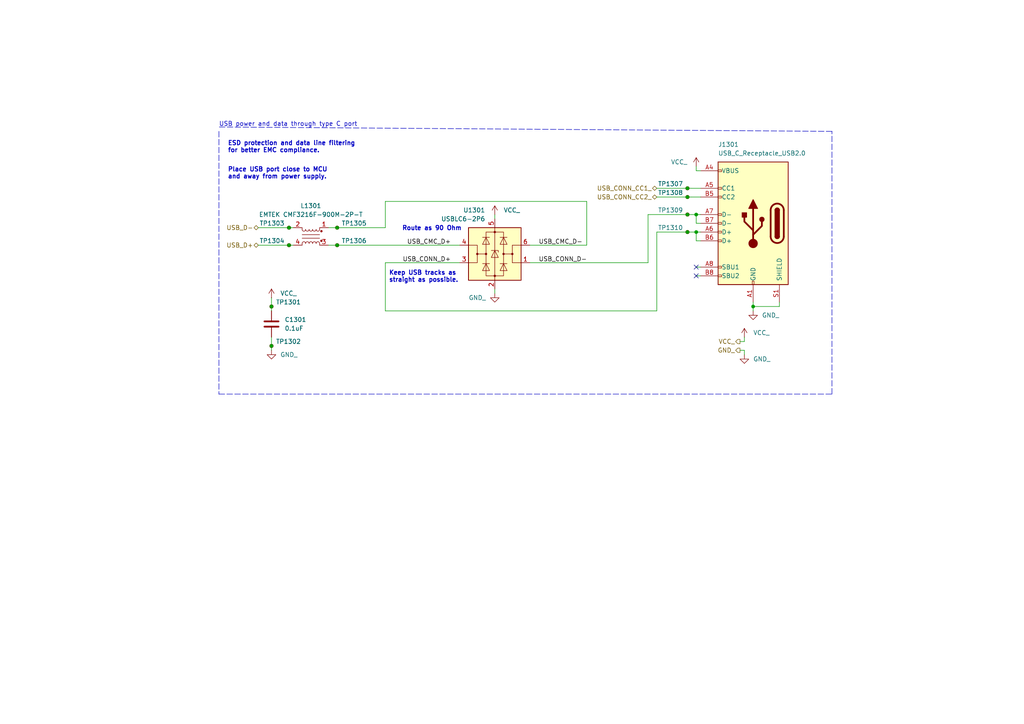
<source format=kicad_sch>
(kicad_sch
	(version 20250114)
	(generator "eeschema")
	(generator_version "9.0")
	(uuid "108c3f8b-d259-460a-b169-2891a1a51f68")
	(paper "A4")
	(title_block
		(title "Power delivery Board")
		(date "2025-06-25")
		(rev "B")
		(comment 1 "the developed autonomous robot platform powered by LEGO Technic HUB and Rasberry Pi")
		(comment 2 "Design implemets a battery management system and power delivert for use with")
		(comment 3 "Distributed Open-source as: CC BY-SA 4.0")
	)
	(lib_symbols
		(symbol "Connector:TestPoint_Small"
			(pin_numbers
				(hide yes)
			)
			(pin_names
				(offset 0.762)
				(hide yes)
			)
			(exclude_from_sim no)
			(in_bom yes)
			(on_board yes)
			(property "Reference" "TP"
				(at 0 3.81 0)
				(effects
					(font
						(size 1.27 1.27)
					)
				)
			)
			(property "Value" "TestPoint_Small"
				(at 0 2.032 0)
				(effects
					(font
						(size 1.27 1.27)
					)
				)
			)
			(property "Footprint" ""
				(at 5.08 0 0)
				(effects
					(font
						(size 1.27 1.27)
					)
					(hide yes)
				)
			)
			(property "Datasheet" "~"
				(at 5.08 0 0)
				(effects
					(font
						(size 1.27 1.27)
					)
					(hide yes)
				)
			)
			(property "Description" "test point"
				(at 0 0 0)
				(effects
					(font
						(size 1.27 1.27)
					)
					(hide yes)
				)
			)
			(property "ki_keywords" "test point tp"
				(at 0 0 0)
				(effects
					(font
						(size 1.27 1.27)
					)
					(hide yes)
				)
			)
			(property "ki_fp_filters" "Pin* Test*"
				(at 0 0 0)
				(effects
					(font
						(size 1.27 1.27)
					)
					(hide yes)
				)
			)
			(symbol "TestPoint_Small_0_1"
				(circle
					(center 0 0)
					(radius 0.508)
					(stroke
						(width 0)
						(type default)
					)
					(fill
						(type none)
					)
				)
			)
			(symbol "TestPoint_Small_1_1"
				(pin passive line
					(at 0 0 90)
					(length 0)
					(name "1"
						(effects
							(font
								(size 1.27 1.27)
							)
						)
					)
					(number "1"
						(effects
							(font
								(size 1.27 1.27)
							)
						)
					)
				)
			)
			(embedded_fonts no)
		)
		(symbol "Connector:USB_C_Receptacle_USB2.0"
			(pin_names
				(offset 1.016)
			)
			(exclude_from_sim no)
			(in_bom yes)
			(on_board yes)
			(property "Reference" "J"
				(at -10.16 19.05 0)
				(effects
					(font
						(size 1.27 1.27)
					)
					(justify left)
				)
			)
			(property "Value" "USB_C_Receptacle_USB2.0"
				(at 19.05 19.05 0)
				(effects
					(font
						(size 1.27 1.27)
					)
					(justify right)
				)
			)
			(property "Footprint" ""
				(at 3.81 0 0)
				(effects
					(font
						(size 1.27 1.27)
					)
					(hide yes)
				)
			)
			(property "Datasheet" "https://www.usb.org/sites/default/files/documents/usb_type-c.zip"
				(at 3.81 0 0)
				(effects
					(font
						(size 1.27 1.27)
					)
					(hide yes)
				)
			)
			(property "Description" "USB 2.0-only Type-C Receptacle connector"
				(at 0 0 0)
				(effects
					(font
						(size 1.27 1.27)
					)
					(hide yes)
				)
			)
			(property "ki_keywords" "usb universal serial bus type-C USB2.0"
				(at 0 0 0)
				(effects
					(font
						(size 1.27 1.27)
					)
					(hide yes)
				)
			)
			(property "ki_fp_filters" "USB*C*Receptacle*"
				(at 0 0 0)
				(effects
					(font
						(size 1.27 1.27)
					)
					(hide yes)
				)
			)
			(symbol "USB_C_Receptacle_USB2.0_0_0"
				(rectangle
					(start -0.254 -17.78)
					(end 0.254 -16.764)
					(stroke
						(width 0)
						(type default)
					)
					(fill
						(type none)
					)
				)
				(rectangle
					(start 10.16 15.494)
					(end 9.144 14.986)
					(stroke
						(width 0)
						(type default)
					)
					(fill
						(type none)
					)
				)
				(rectangle
					(start 10.16 10.414)
					(end 9.144 9.906)
					(stroke
						(width 0)
						(type default)
					)
					(fill
						(type none)
					)
				)
				(rectangle
					(start 10.16 7.874)
					(end 9.144 7.366)
					(stroke
						(width 0)
						(type default)
					)
					(fill
						(type none)
					)
				)
				(rectangle
					(start 10.16 2.794)
					(end 9.144 2.286)
					(stroke
						(width 0)
						(type default)
					)
					(fill
						(type none)
					)
				)
				(rectangle
					(start 10.16 0.254)
					(end 9.144 -0.254)
					(stroke
						(width 0)
						(type default)
					)
					(fill
						(type none)
					)
				)
				(rectangle
					(start 10.16 -2.286)
					(end 9.144 -2.794)
					(stroke
						(width 0)
						(type default)
					)
					(fill
						(type none)
					)
				)
				(rectangle
					(start 10.16 -4.826)
					(end 9.144 -5.334)
					(stroke
						(width 0)
						(type default)
					)
					(fill
						(type none)
					)
				)
				(rectangle
					(start 10.16 -12.446)
					(end 9.144 -12.954)
					(stroke
						(width 0)
						(type default)
					)
					(fill
						(type none)
					)
				)
				(rectangle
					(start 10.16 -14.986)
					(end 9.144 -15.494)
					(stroke
						(width 0)
						(type default)
					)
					(fill
						(type none)
					)
				)
			)
			(symbol "USB_C_Receptacle_USB2.0_0_1"
				(rectangle
					(start -10.16 17.78)
					(end 10.16 -17.78)
					(stroke
						(width 0.254)
						(type default)
					)
					(fill
						(type background)
					)
				)
				(polyline
					(pts
						(xy -8.89 -3.81) (xy -8.89 3.81)
					)
					(stroke
						(width 0.508)
						(type default)
					)
					(fill
						(type none)
					)
				)
				(rectangle
					(start -7.62 -3.81)
					(end -6.35 3.81)
					(stroke
						(width 0.254)
						(type default)
					)
					(fill
						(type outline)
					)
				)
				(arc
					(start -7.62 3.81)
					(mid -6.985 4.4422)
					(end -6.35 3.81)
					(stroke
						(width 0.254)
						(type default)
					)
					(fill
						(type none)
					)
				)
				(arc
					(start -7.62 3.81)
					(mid -6.985 4.4422)
					(end -6.35 3.81)
					(stroke
						(width 0.254)
						(type default)
					)
					(fill
						(type outline)
					)
				)
				(arc
					(start -8.89 3.81)
					(mid -6.985 5.7066)
					(end -5.08 3.81)
					(stroke
						(width 0.508)
						(type default)
					)
					(fill
						(type none)
					)
				)
				(arc
					(start -5.08 -3.81)
					(mid -6.985 -5.7066)
					(end -8.89 -3.81)
					(stroke
						(width 0.508)
						(type default)
					)
					(fill
						(type none)
					)
				)
				(arc
					(start -6.35 -3.81)
					(mid -6.985 -4.4422)
					(end -7.62 -3.81)
					(stroke
						(width 0.254)
						(type default)
					)
					(fill
						(type none)
					)
				)
				(arc
					(start -6.35 -3.81)
					(mid -6.985 -4.4422)
					(end -7.62 -3.81)
					(stroke
						(width 0.254)
						(type default)
					)
					(fill
						(type outline)
					)
				)
				(polyline
					(pts
						(xy -5.08 3.81) (xy -5.08 -3.81)
					)
					(stroke
						(width 0.508)
						(type default)
					)
					(fill
						(type none)
					)
				)
				(circle
					(center -2.54 1.143)
					(radius 0.635)
					(stroke
						(width 0.254)
						(type default)
					)
					(fill
						(type outline)
					)
				)
				(polyline
					(pts
						(xy -1.27 4.318) (xy 0 6.858) (xy 1.27 4.318) (xy -1.27 4.318)
					)
					(stroke
						(width 0.254)
						(type default)
					)
					(fill
						(type outline)
					)
				)
				(polyline
					(pts
						(xy 0 -2.032) (xy 2.54 0.508) (xy 2.54 1.778)
					)
					(stroke
						(width 0.508)
						(type default)
					)
					(fill
						(type none)
					)
				)
				(polyline
					(pts
						(xy 0 -3.302) (xy -2.54 -0.762) (xy -2.54 0.508)
					)
					(stroke
						(width 0.508)
						(type default)
					)
					(fill
						(type none)
					)
				)
				(polyline
					(pts
						(xy 0 -5.842) (xy 0 4.318)
					)
					(stroke
						(width 0.508)
						(type default)
					)
					(fill
						(type none)
					)
				)
				(circle
					(center 0 -5.842)
					(radius 1.27)
					(stroke
						(width 0)
						(type default)
					)
					(fill
						(type outline)
					)
				)
				(rectangle
					(start 1.905 1.778)
					(end 3.175 3.048)
					(stroke
						(width 0.254)
						(type default)
					)
					(fill
						(type outline)
					)
				)
			)
			(symbol "USB_C_Receptacle_USB2.0_1_1"
				(pin passive line
					(at -7.62 -22.86 90)
					(length 5.08)
					(name "SHIELD"
						(effects
							(font
								(size 1.27 1.27)
							)
						)
					)
					(number "S1"
						(effects
							(font
								(size 1.27 1.27)
							)
						)
					)
				)
				(pin passive line
					(at 0 -22.86 90)
					(length 5.08)
					(name "GND"
						(effects
							(font
								(size 1.27 1.27)
							)
						)
					)
					(number "A1"
						(effects
							(font
								(size 1.27 1.27)
							)
						)
					)
				)
				(pin passive line
					(at 0 -22.86 90)
					(length 5.08)
					(hide yes)
					(name "GND"
						(effects
							(font
								(size 1.27 1.27)
							)
						)
					)
					(number "A12"
						(effects
							(font
								(size 1.27 1.27)
							)
						)
					)
				)
				(pin passive line
					(at 0 -22.86 90)
					(length 5.08)
					(hide yes)
					(name "GND"
						(effects
							(font
								(size 1.27 1.27)
							)
						)
					)
					(number "B1"
						(effects
							(font
								(size 1.27 1.27)
							)
						)
					)
				)
				(pin passive line
					(at 0 -22.86 90)
					(length 5.08)
					(hide yes)
					(name "GND"
						(effects
							(font
								(size 1.27 1.27)
							)
						)
					)
					(number "B12"
						(effects
							(font
								(size 1.27 1.27)
							)
						)
					)
				)
				(pin passive line
					(at 15.24 15.24 180)
					(length 5.08)
					(name "VBUS"
						(effects
							(font
								(size 1.27 1.27)
							)
						)
					)
					(number "A4"
						(effects
							(font
								(size 1.27 1.27)
							)
						)
					)
				)
				(pin passive line
					(at 15.24 15.24 180)
					(length 5.08)
					(hide yes)
					(name "VBUS"
						(effects
							(font
								(size 1.27 1.27)
							)
						)
					)
					(number "A9"
						(effects
							(font
								(size 1.27 1.27)
							)
						)
					)
				)
				(pin passive line
					(at 15.24 15.24 180)
					(length 5.08)
					(hide yes)
					(name "VBUS"
						(effects
							(font
								(size 1.27 1.27)
							)
						)
					)
					(number "B4"
						(effects
							(font
								(size 1.27 1.27)
							)
						)
					)
				)
				(pin passive line
					(at 15.24 15.24 180)
					(length 5.08)
					(hide yes)
					(name "VBUS"
						(effects
							(font
								(size 1.27 1.27)
							)
						)
					)
					(number "B9"
						(effects
							(font
								(size 1.27 1.27)
							)
						)
					)
				)
				(pin bidirectional line
					(at 15.24 10.16 180)
					(length 5.08)
					(name "CC1"
						(effects
							(font
								(size 1.27 1.27)
							)
						)
					)
					(number "A5"
						(effects
							(font
								(size 1.27 1.27)
							)
						)
					)
				)
				(pin bidirectional line
					(at 15.24 7.62 180)
					(length 5.08)
					(name "CC2"
						(effects
							(font
								(size 1.27 1.27)
							)
						)
					)
					(number "B5"
						(effects
							(font
								(size 1.27 1.27)
							)
						)
					)
				)
				(pin bidirectional line
					(at 15.24 2.54 180)
					(length 5.08)
					(name "D-"
						(effects
							(font
								(size 1.27 1.27)
							)
						)
					)
					(number "A7"
						(effects
							(font
								(size 1.27 1.27)
							)
						)
					)
				)
				(pin bidirectional line
					(at 15.24 0 180)
					(length 5.08)
					(name "D-"
						(effects
							(font
								(size 1.27 1.27)
							)
						)
					)
					(number "B7"
						(effects
							(font
								(size 1.27 1.27)
							)
						)
					)
				)
				(pin bidirectional line
					(at 15.24 -2.54 180)
					(length 5.08)
					(name "D+"
						(effects
							(font
								(size 1.27 1.27)
							)
						)
					)
					(number "A6"
						(effects
							(font
								(size 1.27 1.27)
							)
						)
					)
				)
				(pin bidirectional line
					(at 15.24 -5.08 180)
					(length 5.08)
					(name "D+"
						(effects
							(font
								(size 1.27 1.27)
							)
						)
					)
					(number "B6"
						(effects
							(font
								(size 1.27 1.27)
							)
						)
					)
				)
				(pin bidirectional line
					(at 15.24 -12.7 180)
					(length 5.08)
					(name "SBU1"
						(effects
							(font
								(size 1.27 1.27)
							)
						)
					)
					(number "A8"
						(effects
							(font
								(size 1.27 1.27)
							)
						)
					)
				)
				(pin bidirectional line
					(at 15.24 -15.24 180)
					(length 5.08)
					(name "SBU2"
						(effects
							(font
								(size 1.27 1.27)
							)
						)
					)
					(number "B8"
						(effects
							(font
								(size 1.27 1.27)
							)
						)
					)
				)
			)
			(embedded_fonts no)
		)
		(symbol "Device:C"
			(pin_numbers
				(hide yes)
			)
			(pin_names
				(offset 0.254)
			)
			(exclude_from_sim no)
			(in_bom yes)
			(on_board yes)
			(property "Reference" "C"
				(at 0.635 2.54 0)
				(effects
					(font
						(size 1.27 1.27)
					)
					(justify left)
				)
			)
			(property "Value" "C"
				(at 0.635 -2.54 0)
				(effects
					(font
						(size 1.27 1.27)
					)
					(justify left)
				)
			)
			(property "Footprint" ""
				(at 0.9652 -3.81 0)
				(effects
					(font
						(size 1.27 1.27)
					)
					(hide yes)
				)
			)
			(property "Datasheet" "~"
				(at 0 0 0)
				(effects
					(font
						(size 1.27 1.27)
					)
					(hide yes)
				)
			)
			(property "Description" "Unpolarized capacitor"
				(at 0 0 0)
				(effects
					(font
						(size 1.27 1.27)
					)
					(hide yes)
				)
			)
			(property "ki_keywords" "cap capacitor"
				(at 0 0 0)
				(effects
					(font
						(size 1.27 1.27)
					)
					(hide yes)
				)
			)
			(property "ki_fp_filters" "C_*"
				(at 0 0 0)
				(effects
					(font
						(size 1.27 1.27)
					)
					(hide yes)
				)
			)
			(symbol "C_0_1"
				(polyline
					(pts
						(xy -2.032 0.762) (xy 2.032 0.762)
					)
					(stroke
						(width 0.508)
						(type default)
					)
					(fill
						(type none)
					)
				)
				(polyline
					(pts
						(xy -2.032 -0.762) (xy 2.032 -0.762)
					)
					(stroke
						(width 0.508)
						(type default)
					)
					(fill
						(type none)
					)
				)
			)
			(symbol "C_1_1"
				(pin passive line
					(at 0 3.81 270)
					(length 2.794)
					(name "~"
						(effects
							(font
								(size 1.27 1.27)
							)
						)
					)
					(number "1"
						(effects
							(font
								(size 1.27 1.27)
							)
						)
					)
				)
				(pin passive line
					(at 0 -3.81 90)
					(length 2.794)
					(name "~"
						(effects
							(font
								(size 1.27 1.27)
							)
						)
					)
					(number "2"
						(effects
							(font
								(size 1.27 1.27)
							)
						)
					)
				)
			)
			(embedded_fonts no)
		)
		(symbol "Device:L_Iron_Coupled"
			(pin_names
				(offset 0.254)
				(hide yes)
			)
			(exclude_from_sim no)
			(in_bom yes)
			(on_board yes)
			(property "Reference" "L"
				(at 0 4.445 0)
				(effects
					(font
						(size 1.27 1.27)
					)
				)
			)
			(property "Value" "L_Iron_Coupled"
				(at 0 -4.445 0)
				(effects
					(font
						(size 1.27 1.27)
					)
				)
			)
			(property "Footprint" ""
				(at 0 0 0)
				(effects
					(font
						(size 1.27 1.27)
					)
					(hide yes)
				)
			)
			(property "Datasheet" "~"
				(at 0 0 0)
				(effects
					(font
						(size 1.27 1.27)
					)
					(hide yes)
				)
			)
			(property "Description" "Coupled inductor with iron core"
				(at 0 0 0)
				(effects
					(font
						(size 1.27 1.27)
					)
					(hide yes)
				)
			)
			(property "ki_keywords" "inductor choke coil reactor magnetic coupled"
				(at 0 0 0)
				(effects
					(font
						(size 1.27 1.27)
					)
					(hide yes)
				)
			)
			(property "ki_fp_filters" "Choke_* *Coil* Inductor_* L_*"
				(at 0 0 0)
				(effects
					(font
						(size 1.27 1.27)
					)
					(hide yes)
				)
			)
			(symbol "L_Iron_Coupled_0_1"
				(circle
					(center -3.048 1.524)
					(radius 0.254)
					(stroke
						(width 0)
						(type default)
					)
					(fill
						(type outline)
					)
				)
				(circle
					(center -3.048 -1.27)
					(radius 0.254)
					(stroke
						(width 0)
						(type default)
					)
					(fill
						(type outline)
					)
				)
				(polyline
					(pts
						(xy -2.54 2.032) (xy -2.54 2.54)
					)
					(stroke
						(width 0)
						(type default)
					)
					(fill
						(type none)
					)
				)
				(polyline
					(pts
						(xy -2.54 0.508) (xy 2.54 0.508)
					)
					(stroke
						(width 0)
						(type default)
					)
					(fill
						(type none)
					)
				)
				(polyline
					(pts
						(xy -2.54 -2.032) (xy -2.54 -2.54)
					)
					(stroke
						(width 0)
						(type default)
					)
					(fill
						(type none)
					)
				)
				(arc
					(start -1.524 2.032)
					(mid -2.032 1.5262)
					(end -2.54 2.032)
					(stroke
						(width 0)
						(type default)
					)
					(fill
						(type none)
					)
				)
				(arc
					(start -2.54 -2.032)
					(mid -2.032 -1.5262)
					(end -1.524 -2.032)
					(stroke
						(width 0)
						(type default)
					)
					(fill
						(type none)
					)
				)
				(arc
					(start -0.508 2.032)
					(mid -1.016 1.5262)
					(end -1.524 2.032)
					(stroke
						(width 0)
						(type default)
					)
					(fill
						(type none)
					)
				)
				(arc
					(start -1.524 -2.032)
					(mid -1.016 -1.5262)
					(end -0.508 -2.032)
					(stroke
						(width 0)
						(type default)
					)
					(fill
						(type none)
					)
				)
				(arc
					(start 0.508 2.032)
					(mid 0 1.5262)
					(end -0.508 2.032)
					(stroke
						(width 0)
						(type default)
					)
					(fill
						(type none)
					)
				)
				(arc
					(start -0.508 -2.032)
					(mid 0 -1.5262)
					(end 0.508 -2.032)
					(stroke
						(width 0)
						(type default)
					)
					(fill
						(type none)
					)
				)
				(arc
					(start 1.524 2.032)
					(mid 1.016 1.5262)
					(end 0.508 2.032)
					(stroke
						(width 0)
						(type default)
					)
					(fill
						(type none)
					)
				)
				(arc
					(start 0.508 -2.032)
					(mid 1.016 -1.5262)
					(end 1.524 -2.032)
					(stroke
						(width 0)
						(type default)
					)
					(fill
						(type none)
					)
				)
				(arc
					(start 2.54 2.032)
					(mid 2.032 1.5262)
					(end 1.524 2.032)
					(stroke
						(width 0)
						(type default)
					)
					(fill
						(type none)
					)
				)
				(arc
					(start 1.524 -2.032)
					(mid 2.032 -1.5262)
					(end 2.54 -2.032)
					(stroke
						(width 0)
						(type default)
					)
					(fill
						(type none)
					)
				)
				(polyline
					(pts
						(xy 2.54 2.54) (xy 2.54 2.032)
					)
					(stroke
						(width 0)
						(type default)
					)
					(fill
						(type none)
					)
				)
				(polyline
					(pts
						(xy 2.54 -0.508) (xy -2.54 -0.508)
					)
					(stroke
						(width 0)
						(type default)
					)
					(fill
						(type none)
					)
				)
				(polyline
					(pts
						(xy 2.54 -2.032) (xy 2.54 -2.54)
					)
					(stroke
						(width 0)
						(type default)
					)
					(fill
						(type none)
					)
				)
			)
			(symbol "L_Iron_Coupled_1_1"
				(pin passive line
					(at -5.08 2.54 0)
					(length 2.54)
					(name "1"
						(effects
							(font
								(size 1.27 1.27)
							)
						)
					)
					(number "1"
						(effects
							(font
								(size 1.27 1.27)
							)
						)
					)
				)
				(pin passive line
					(at -5.08 -2.54 0)
					(length 2.54)
					(name "3"
						(effects
							(font
								(size 1.27 1.27)
							)
						)
					)
					(number "3"
						(effects
							(font
								(size 1.27 1.27)
							)
						)
					)
				)
				(pin passive line
					(at 5.08 2.54 180)
					(length 2.54)
					(name "2"
						(effects
							(font
								(size 1.27 1.27)
							)
						)
					)
					(number "2"
						(effects
							(font
								(size 1.27 1.27)
							)
						)
					)
				)
				(pin passive line
					(at 5.08 -2.54 180)
					(length 2.54)
					(name "4"
						(effects
							(font
								(size 1.27 1.27)
							)
						)
					)
					(number "4"
						(effects
							(font
								(size 1.27 1.27)
							)
						)
					)
				)
			)
			(embedded_fonts no)
		)
		(symbol "Power_Protection:USBLC6-2P6"
			(pin_names
				(hide yes)
			)
			(exclude_from_sim no)
			(in_bom yes)
			(on_board yes)
			(property "Reference" "U"
				(at 2.54 8.89 0)
				(effects
					(font
						(size 1.27 1.27)
					)
					(justify left)
				)
			)
			(property "Value" "USBLC6-2P6"
				(at 2.54 -8.89 0)
				(effects
					(font
						(size 1.27 1.27)
					)
					(justify left)
				)
			)
			(property "Footprint" "Package_TO_SOT_SMD:SOT-666"
				(at 0 -12.7 0)
				(effects
					(font
						(size 1.27 1.27)
					)
					(hide yes)
				)
			)
			(property "Datasheet" "https://www.st.com/resource/en/datasheet/usblc6-2.pdf"
				(at 5.08 8.89 0)
				(effects
					(font
						(size 1.27 1.27)
					)
					(hide yes)
				)
			)
			(property "Description" "Very low capacitance ESD protection diode, 2 data-line, SOT-666"
				(at 0 0 0)
				(effects
					(font
						(size 1.27 1.27)
					)
					(hide yes)
				)
			)
			(property "ki_keywords" "usb ethernet video"
				(at 0 0 0)
				(effects
					(font
						(size 1.27 1.27)
					)
					(hide yes)
				)
			)
			(property "ki_fp_filters" "SOT?666*"
				(at 0 0 0)
				(effects
					(font
						(size 1.27 1.27)
					)
					(hide yes)
				)
			)
			(symbol "USBLC6-2P6_0_1"
				(rectangle
					(start -7.62 -7.62)
					(end 7.62 7.62)
					(stroke
						(width 0.254)
						(type default)
					)
					(fill
						(type background)
					)
				)
				(polyline
					(pts
						(xy -5.08 2.54) (xy -7.62 2.54)
					)
					(stroke
						(width 0)
						(type default)
					)
					(fill
						(type none)
					)
				)
				(circle
					(center -5.08 0)
					(radius 0.254)
					(stroke
						(width 0)
						(type default)
					)
					(fill
						(type outline)
					)
				)
				(polyline
					(pts
						(xy -5.08 0) (xy -5.08 -2.54)
					)
					(stroke
						(width 0)
						(type default)
					)
					(fill
						(type none)
					)
				)
				(polyline
					(pts
						(xy -5.08 -2.54) (xy -7.62 -2.54)
					)
					(stroke
						(width 0)
						(type default)
					)
					(fill
						(type none)
					)
				)
				(polyline
					(pts
						(xy -3.556 2.794) (xy -1.524 2.794) (xy -2.54 4.826) (xy -3.556 2.794)
					)
					(stroke
						(width 0)
						(type default)
					)
					(fill
						(type none)
					)
				)
				(polyline
					(pts
						(xy -3.556 -4.826) (xy -1.524 -4.826) (xy -2.54 -2.794) (xy -3.556 -4.826)
					)
					(stroke
						(width 0)
						(type default)
					)
					(fill
						(type none)
					)
				)
				(rectangle
					(start -2.54 6.35)
					(end 2.54 -6.35)
					(stroke
						(width 0)
						(type default)
					)
					(fill
						(type none)
					)
				)
				(circle
					(center -2.54 0)
					(radius 0.254)
					(stroke
						(width 0)
						(type default)
					)
					(fill
						(type outline)
					)
				)
				(polyline
					(pts
						(xy -2.54 0) (xy -5.08 0) (xy -5.08 2.54)
					)
					(stroke
						(width 0)
						(type default)
					)
					(fill
						(type none)
					)
				)
				(polyline
					(pts
						(xy -1.524 4.826) (xy -3.556 4.826)
					)
					(stroke
						(width 0)
						(type default)
					)
					(fill
						(type none)
					)
				)
				(polyline
					(pts
						(xy -1.524 -2.794) (xy -3.556 -2.794)
					)
					(stroke
						(width 0)
						(type default)
					)
					(fill
						(type none)
					)
				)
				(polyline
					(pts
						(xy -1.016 -1.016) (xy 1.016 -1.016) (xy 0 1.016) (xy -1.016 -1.016)
					)
					(stroke
						(width 0)
						(type default)
					)
					(fill
						(type none)
					)
				)
				(circle
					(center 0 6.35)
					(radius 0.254)
					(stroke
						(width 0)
						(type default)
					)
					(fill
						(type outline)
					)
				)
				(polyline
					(pts
						(xy 0 6.35) (xy 0 7.62)
					)
					(stroke
						(width 0)
						(type default)
					)
					(fill
						(type none)
					)
				)
				(polyline
					(pts
						(xy 0 1.27) (xy 0 6.35)
					)
					(stroke
						(width 0)
						(type default)
					)
					(fill
						(type none)
					)
				)
				(polyline
					(pts
						(xy 0 -6.35) (xy 0 1.27)
					)
					(stroke
						(width 0)
						(type default)
					)
					(fill
						(type none)
					)
				)
				(circle
					(center 0 -6.35)
					(radius 0.254)
					(stroke
						(width 0)
						(type default)
					)
					(fill
						(type outline)
					)
				)
				(polyline
					(pts
						(xy 0 -7.62) (xy 0 -6.35)
					)
					(stroke
						(width 0)
						(type default)
					)
					(fill
						(type none)
					)
				)
				(polyline
					(pts
						(xy 1.016 1.016) (xy 0.762 1.016) (xy -1.016 1.016) (xy -1.016 0.508)
					)
					(stroke
						(width 0)
						(type default)
					)
					(fill
						(type none)
					)
				)
				(polyline
					(pts
						(xy 1.524 4.826) (xy 3.556 4.826)
					)
					(stroke
						(width 0)
						(type default)
					)
					(fill
						(type none)
					)
				)
				(polyline
					(pts
						(xy 1.524 -2.794) (xy 3.556 -2.794)
					)
					(stroke
						(width 0)
						(type default)
					)
					(fill
						(type none)
					)
				)
				(polyline
					(pts
						(xy 2.54 0) (xy 5.08 0) (xy 5.08 2.54)
					)
					(stroke
						(width 0)
						(type default)
					)
					(fill
						(type none)
					)
				)
				(circle
					(center 2.54 0)
					(radius 0.254)
					(stroke
						(width 0)
						(type default)
					)
					(fill
						(type outline)
					)
				)
				(polyline
					(pts
						(xy 3.556 2.794) (xy 1.524 2.794) (xy 2.54 4.826) (xy 3.556 2.794)
					)
					(stroke
						(width 0)
						(type default)
					)
					(fill
						(type none)
					)
				)
				(polyline
					(pts
						(xy 3.556 -4.826) (xy 1.524 -4.826) (xy 2.54 -2.794) (xy 3.556 -4.826)
					)
					(stroke
						(width 0)
						(type default)
					)
					(fill
						(type none)
					)
				)
				(polyline
					(pts
						(xy 5.08 2.54) (xy 7.62 2.54)
					)
					(stroke
						(width 0)
						(type default)
					)
					(fill
						(type none)
					)
				)
				(polyline
					(pts
						(xy 5.08 0) (xy 5.08 -2.54)
					)
					(stroke
						(width 0)
						(type default)
					)
					(fill
						(type none)
					)
				)
				(circle
					(center 5.08 0)
					(radius 0.254)
					(stroke
						(width 0)
						(type default)
					)
					(fill
						(type outline)
					)
				)
				(polyline
					(pts
						(xy 5.08 -2.54) (xy 7.62 -2.54)
					)
					(stroke
						(width 0)
						(type default)
					)
					(fill
						(type none)
					)
				)
			)
			(symbol "USBLC6-2P6_1_1"
				(pin passive line
					(at -10.16 2.54 0)
					(length 2.54)
					(name "I/O1"
						(effects
							(font
								(size 1.27 1.27)
							)
						)
					)
					(number "6"
						(effects
							(font
								(size 1.27 1.27)
							)
						)
					)
				)
				(pin passive line
					(at -10.16 -2.54 0)
					(length 2.54)
					(name "I/O1"
						(effects
							(font
								(size 1.27 1.27)
							)
						)
					)
					(number "1"
						(effects
							(font
								(size 1.27 1.27)
							)
						)
					)
				)
				(pin passive line
					(at 0 10.16 270)
					(length 2.54)
					(name "VBUS"
						(effects
							(font
								(size 1.27 1.27)
							)
						)
					)
					(number "5"
						(effects
							(font
								(size 1.27 1.27)
							)
						)
					)
				)
				(pin passive line
					(at 0 -10.16 90)
					(length 2.54)
					(name "GND"
						(effects
							(font
								(size 1.27 1.27)
							)
						)
					)
					(number "2"
						(effects
							(font
								(size 1.27 1.27)
							)
						)
					)
				)
				(pin passive line
					(at 10.16 2.54 180)
					(length 2.54)
					(name "I/O2"
						(effects
							(font
								(size 1.27 1.27)
							)
						)
					)
					(number "4"
						(effects
							(font
								(size 1.27 1.27)
							)
						)
					)
				)
				(pin passive line
					(at 10.16 -2.54 180)
					(length 2.54)
					(name "I/O2"
						(effects
							(font
								(size 1.27 1.27)
							)
						)
					)
					(number "3"
						(effects
							(font
								(size 1.27 1.27)
							)
						)
					)
				)
			)
			(embedded_fonts no)
		)
		(symbol "power:+1V0"
			(power)
			(pin_numbers
				(hide yes)
			)
			(pin_names
				(offset 0)
				(hide yes)
			)
			(exclude_from_sim no)
			(in_bom yes)
			(on_board yes)
			(property "Reference" "#PWR"
				(at 0 -3.81 0)
				(effects
					(font
						(size 1.27 1.27)
					)
					(hide yes)
				)
			)
			(property "Value" "+1V0"
				(at 0 3.556 0)
				(effects
					(font
						(size 1.27 1.27)
					)
				)
			)
			(property "Footprint" ""
				(at 0 0 0)
				(effects
					(font
						(size 1.27 1.27)
					)
					(hide yes)
				)
			)
			(property "Datasheet" ""
				(at 0 0 0)
				(effects
					(font
						(size 1.27 1.27)
					)
					(hide yes)
				)
			)
			(property "Description" "Power symbol creates a global label with name \"+1V0\""
				(at 0 0 0)
				(effects
					(font
						(size 1.27 1.27)
					)
					(hide yes)
				)
			)
			(property "ki_keywords" "global power"
				(at 0 0 0)
				(effects
					(font
						(size 1.27 1.27)
					)
					(hide yes)
				)
			)
			(symbol "+1V0_0_1"
				(polyline
					(pts
						(xy -0.762 1.27) (xy 0 2.54)
					)
					(stroke
						(width 0)
						(type default)
					)
					(fill
						(type none)
					)
				)
				(polyline
					(pts
						(xy 0 2.54) (xy 0.762 1.27)
					)
					(stroke
						(width 0)
						(type default)
					)
					(fill
						(type none)
					)
				)
				(polyline
					(pts
						(xy 0 0) (xy 0 2.54)
					)
					(stroke
						(width 0)
						(type default)
					)
					(fill
						(type none)
					)
				)
			)
			(symbol "+1V0_1_1"
				(pin power_in line
					(at 0 0 90)
					(length 0)
					(name "~"
						(effects
							(font
								(size 1.27 1.27)
							)
						)
					)
					(number "1"
						(effects
							(font
								(size 1.27 1.27)
							)
						)
					)
				)
			)
			(embedded_fonts no)
		)
		(symbol "power:GND"
			(power)
			(pin_names
				(offset 0)
			)
			(exclude_from_sim no)
			(in_bom yes)
			(on_board yes)
			(property "Reference" "#PWR"
				(at 0 -6.35 0)
				(effects
					(font
						(size 1.27 1.27)
					)
					(hide yes)
				)
			)
			(property "Value" "GND"
				(at 0 -3.81 0)
				(effects
					(font
						(size 1.27 1.27)
					)
				)
			)
			(property "Footprint" ""
				(at 0 0 0)
				(effects
					(font
						(size 1.27 1.27)
					)
					(hide yes)
				)
			)
			(property "Datasheet" ""
				(at 0 0 0)
				(effects
					(font
						(size 1.27 1.27)
					)
					(hide yes)
				)
			)
			(property "Description" "Power symbol creates a global label with name \"GND\" , ground"
				(at 0 0 0)
				(effects
					(font
						(size 1.27 1.27)
					)
					(hide yes)
				)
			)
			(property "ki_keywords" "power-flag"
				(at 0 0 0)
				(effects
					(font
						(size 1.27 1.27)
					)
					(hide yes)
				)
			)
			(symbol "GND_0_1"
				(polyline
					(pts
						(xy 0 0) (xy 0 -1.27) (xy 1.27 -1.27) (xy 0 -2.54) (xy -1.27 -1.27) (xy 0 -1.27)
					)
					(stroke
						(width 0)
						(type default)
					)
					(fill
						(type none)
					)
				)
			)
			(symbol "GND_1_1"
				(pin power_in line
					(at 0 0 270)
					(length 0)
					(hide yes)
					(name "GND"
						(effects
							(font
								(size 1.27 1.27)
							)
						)
					)
					(number "1"
						(effects
							(font
								(size 1.27 1.27)
							)
						)
					)
				)
			)
			(embedded_fonts no)
		)
	)
	(text "USB power and data through type C port"
		(exclude_from_sim no)
		(at 63.5 36.83 0)
		(effects
			(font
				(size 1.27 1.27)
			)
			(justify left bottom)
		)
		(uuid "12c41668-f877-4f06-8ec9-f3c4c3d1d27d")
	)
	(text "Keep USB tracks as\nstraight as possible."
		(exclude_from_sim no)
		(at 112.776 82.042 0)
		(effects
			(font
				(size 1.27 1.27)
				(bold yes)
			)
			(justify left bottom)
		)
		(uuid "488c1eca-46d2-4c65-9178-aa9a00864e86")
	)
	(text "Place USB port close to MCU\nand away from power supply."
		(exclude_from_sim no)
		(at 66.04 52.07 0)
		(effects
			(font
				(size 1.27 1.27)
				(bold yes)
			)
			(justify left bottom)
		)
		(uuid "9586ad94-220f-4b29-8e8b-8f7788446d77")
	)
	(text "ESD protection and data line filtering\nfor better EMC compliance."
		(exclude_from_sim no)
		(at 66.04 44.45 0)
		(effects
			(font
				(size 1.27 1.27)
				(thickness 0.254)
				(bold yes)
			)
			(justify left bottom)
		)
		(uuid "acb2e024-d37d-48d0-b03f-84ea3b74df89")
	)
	(text "Route as 90 Ohm"
		(exclude_from_sim no)
		(at 116.586 67.056 0)
		(effects
			(font
				(size 1.27 1.27)
				(bold yes)
			)
			(justify left bottom)
		)
		(uuid "fc3135be-3681-4c8b-b295-b3c02a6b851e")
	)
	(junction
		(at 199.39 57.15)
		(diameter 0)
		(color 0 0 0 0)
		(uuid "06a850bd-7245-41f7-a76c-dde28c878003")
	)
	(junction
		(at 78.74 88.9)
		(diameter 0)
		(color 0 0 0 0)
		(uuid "06f4a275-b785-4052-b563-056ea1835010")
	)
	(junction
		(at 83.82 66.04)
		(diameter 0)
		(color 0 0 0 0)
		(uuid "3299e5a0-cbb2-46bc-8e54-261e66d4f8d9")
	)
	(junction
		(at 218.44 88.9)
		(diameter 0)
		(color 0 0 0 0)
		(uuid "4ff2424a-d5be-4228-aba6-31eea2bd6bfe")
	)
	(junction
		(at 97.79 71.12)
		(diameter 0)
		(color 0 0 0 0)
		(uuid "646c10c8-1e08-4ba5-ae10-a108d351699a")
	)
	(junction
		(at 83.82 71.12)
		(diameter 0)
		(color 0 0 0 0)
		(uuid "691c8e47-49ce-45d3-a671-8a5ae40c3263")
	)
	(junction
		(at 97.79 66.04)
		(diameter 0)
		(color 0 0 0 0)
		(uuid "97f7bc89-d043-4808-87d3-deaad0ee7a60")
	)
	(junction
		(at 199.39 54.61)
		(diameter 0)
		(color 0 0 0 0)
		(uuid "b0f6ff05-5ada-4a35-9aa0-2aa8f956e22f")
	)
	(junction
		(at 201.93 62.23)
		(diameter 0)
		(color 0 0 0 0)
		(uuid "cd930d57-5d70-463c-aeb4-8f8744b94ade")
	)
	(junction
		(at 199.39 67.31)
		(diameter 0)
		(color 0 0 0 0)
		(uuid "da049874-d16b-43ba-9608-82b21ca9e3b8")
	)
	(junction
		(at 78.74 100.33)
		(diameter 0)
		(color 0 0 0 0)
		(uuid "ee3926d6-399a-4b94-a9b5-41b8ed3d9344")
	)
	(junction
		(at 201.93 67.31)
		(diameter 0)
		(color 0 0 0 0)
		(uuid "f5047f25-4e73-4b7c-b689-22e41604349f")
	)
	(junction
		(at 199.39 62.23)
		(diameter 0)
		(color 0 0 0 0)
		(uuid "f8a71648-5cec-4c02-8c9b-ebec510de43b")
	)
	(no_connect
		(at 201.93 80.01)
		(uuid "10093560-7863-4dbd-9caa-b2bfce27345f")
	)
	(no_connect
		(at 201.93 77.47)
		(uuid "354faaf8-d0fd-47c0-9b89-512d4241aa1e")
	)
	(wire
		(pts
			(xy 85.09 66.04) (xy 83.82 66.04)
		)
		(stroke
			(width 0)
			(type default)
		)
		(uuid "055ce6e9-2fbb-456d-9628-8234a59ca00e")
	)
	(wire
		(pts
			(xy 143.51 62.23) (xy 143.51 63.5)
		)
		(stroke
			(width 0)
			(type default)
		)
		(uuid "08956ba8-b2b2-421d-8533-1b7446dbbae8")
	)
	(wire
		(pts
			(xy 199.39 67.31) (xy 190.5 67.31)
		)
		(stroke
			(width 0)
			(type default)
		)
		(uuid "0bfa47e3-72b7-4d66-b5b3-45f5e8d84927")
	)
	(wire
		(pts
			(xy 78.74 86.36) (xy 78.74 88.9)
		)
		(stroke
			(width 0)
			(type default)
		)
		(uuid "13a5aa48-37d4-4c13-aa2f-21a8eeb95d05")
	)
	(wire
		(pts
			(xy 218.44 87.63) (xy 218.44 88.9)
		)
		(stroke
			(width 0)
			(type default)
		)
		(uuid "15beb453-779e-4b91-9556-26854d8d7528")
	)
	(wire
		(pts
			(xy 190.5 67.31) (xy 190.5 90.17)
		)
		(stroke
			(width 0)
			(type default)
		)
		(uuid "1c4fbc1b-ce5e-4665-8929-7af3682b6666")
	)
	(wire
		(pts
			(xy 143.51 83.82) (xy 143.51 85.09)
		)
		(stroke
			(width 0)
			(type default)
		)
		(uuid "1d048391-03fd-43ed-9899-1ec820228fca")
	)
	(wire
		(pts
			(xy 201.93 67.31) (xy 199.39 67.31)
		)
		(stroke
			(width 0)
			(type default)
		)
		(uuid "1d9cb662-4f09-41a7-bbad-98b7681c6192")
	)
	(wire
		(pts
			(xy 215.9 101.6) (xy 214.63 101.6)
		)
		(stroke
			(width 0)
			(type default)
		)
		(uuid "21d4f3b1-bdeb-437e-9e86-525c811d8d32")
	)
	(wire
		(pts
			(xy 218.44 88.9) (xy 218.44 90.17)
		)
		(stroke
			(width 0)
			(type default)
		)
		(uuid "2c4ffddb-9d5f-4814-b9aa-cdc0e9e7e342")
	)
	(wire
		(pts
			(xy 97.79 66.04) (xy 111.76 66.04)
		)
		(stroke
			(width 0)
			(type default)
		)
		(uuid "2e79c270-6c8e-4a2f-94e5-73be0bb92d3e")
	)
	(polyline
		(pts
			(xy 63.5 38.1) (xy 63.5 114.3)
		)
		(stroke
			(width 0)
			(type dash)
		)
		(uuid "2f72f659-ba1d-4d39-a15f-eb0bae22c805")
	)
	(wire
		(pts
			(xy 78.74 88.9) (xy 78.74 90.17)
		)
		(stroke
			(width 0)
			(type default)
		)
		(uuid "3bc5e2e2-a2d0-4b4a-bc4a-572c5effedb6")
	)
	(wire
		(pts
			(xy 201.93 49.53) (xy 203.2 49.53)
		)
		(stroke
			(width 0)
			(type default)
		)
		(uuid "3d2ab234-138a-4560-b7af-714a1cd60b6f")
	)
	(wire
		(pts
			(xy 199.39 57.15) (xy 203.2 57.15)
		)
		(stroke
			(width 0)
			(type default)
		)
		(uuid "42569433-185b-4c0a-8901-063d6649e414")
	)
	(wire
		(pts
			(xy 226.06 87.63) (xy 226.06 88.9)
		)
		(stroke
			(width 0)
			(type default)
		)
		(uuid "4541c600-41a3-488c-8c7d-92c1d097bac6")
	)
	(wire
		(pts
			(xy 170.18 58.42) (xy 170.18 71.12)
		)
		(stroke
			(width 0)
			(type default)
		)
		(uuid "466e7a84-a933-4c2a-a3b8-c29d8b16ea92")
	)
	(wire
		(pts
			(xy 111.76 90.17) (xy 111.76 76.2)
		)
		(stroke
			(width 0)
			(type default)
		)
		(uuid "495debea-37cc-4d53-aefe-5b2007942f48")
	)
	(wire
		(pts
			(xy 78.74 97.79) (xy 78.74 100.33)
		)
		(stroke
			(width 0)
			(type default)
		)
		(uuid "5504d43b-c79c-43f5-a078-2119f74b49f9")
	)
	(wire
		(pts
			(xy 201.93 48.26) (xy 201.93 49.53)
		)
		(stroke
			(width 0)
			(type default)
		)
		(uuid "56c5f69e-a926-483d-a447-0267c0c616fc")
	)
	(wire
		(pts
			(xy 201.93 62.23) (xy 203.2 62.23)
		)
		(stroke
			(width 0)
			(type default)
		)
		(uuid "5873388a-15ab-49bb-bd71-a710c89ed3a0")
	)
	(wire
		(pts
			(xy 97.79 71.12) (xy 133.35 71.12)
		)
		(stroke
			(width 0)
			(type default)
		)
		(uuid "5a18c665-31ef-41bd-a6bb-c2818a8a8bf1")
	)
	(wire
		(pts
			(xy 83.82 71.12) (xy 74.93 71.12)
		)
		(stroke
			(width 0)
			(type default)
		)
		(uuid "5cc75a8e-26a6-47a7-838a-fa7ea27e282c")
	)
	(wire
		(pts
			(xy 111.76 76.2) (xy 133.35 76.2)
		)
		(stroke
			(width 0)
			(type default)
		)
		(uuid "5f21174c-1c4c-473c-a704-1d0b3ad0d7e7")
	)
	(wire
		(pts
			(xy 203.2 64.77) (xy 201.93 64.77)
		)
		(stroke
			(width 0)
			(type default)
		)
		(uuid "60ec91df-863b-4915-bd5f-4f662a22ca6d")
	)
	(wire
		(pts
			(xy 111.76 66.04) (xy 111.76 58.42)
		)
		(stroke
			(width 0)
			(type default)
		)
		(uuid "63ffccc4-6b07-435b-b441-725180ff45cd")
	)
	(polyline
		(pts
			(xy 241.3 114.3) (xy 241.3 38.1)
		)
		(stroke
			(width 0)
			(type dash)
		)
		(uuid "65d04b9b-d510-40b5-8f8f-280a948abca9")
	)
	(wire
		(pts
			(xy 203.2 67.31) (xy 201.93 67.31)
		)
		(stroke
			(width 0)
			(type default)
		)
		(uuid "673315e6-d68d-4843-89c5-58a3dd83b298")
	)
	(wire
		(pts
			(xy 201.93 77.47) (xy 203.2 77.47)
		)
		(stroke
			(width 0)
			(type default)
		)
		(uuid "6fdd5ea9-c941-4132-96ff-b9c827df9003")
	)
	(wire
		(pts
			(xy 201.93 64.77) (xy 201.93 62.23)
		)
		(stroke
			(width 0)
			(type default)
		)
		(uuid "705e1df4-4dee-4759-a90e-8b450a9084e1")
	)
	(wire
		(pts
			(xy 190.5 57.15) (xy 199.39 57.15)
		)
		(stroke
			(width 0)
			(type default)
		)
		(uuid "71aca1e1-cf84-438f-82b3-c41c100ee5a9")
	)
	(wire
		(pts
			(xy 187.96 76.2) (xy 153.67 76.2)
		)
		(stroke
			(width 0)
			(type default)
		)
		(uuid "71dfaeb8-8e84-411f-ac1a-63df843de323")
	)
	(wire
		(pts
			(xy 201.93 80.01) (xy 203.2 80.01)
		)
		(stroke
			(width 0)
			(type default)
		)
		(uuid "7786f2f8-0c70-4b46-996f-1257a436a434")
	)
	(wire
		(pts
			(xy 78.74 100.33) (xy 78.74 101.6)
		)
		(stroke
			(width 0)
			(type default)
		)
		(uuid "78fe40d9-56a9-47f7-bf2c-6f4fe0f63041")
	)
	(wire
		(pts
			(xy 201.93 69.85) (xy 203.2 69.85)
		)
		(stroke
			(width 0)
			(type default)
		)
		(uuid "7ec2c4e2-94ad-4dd5-836d-7bd0e66d63dc")
	)
	(wire
		(pts
			(xy 199.39 54.61) (xy 190.5 54.61)
		)
		(stroke
			(width 0)
			(type default)
		)
		(uuid "87f435af-db99-4ed9-8db9-c1ac0aa26269")
	)
	(wire
		(pts
			(xy 226.06 88.9) (xy 218.44 88.9)
		)
		(stroke
			(width 0)
			(type default)
		)
		(uuid "883c4b9e-7ef3-4650-a8c8-0be57b287e66")
	)
	(wire
		(pts
			(xy 187.96 62.23) (xy 199.39 62.23)
		)
		(stroke
			(width 0)
			(type default)
		)
		(uuid "98f66f67-004b-4cf7-b4ff-cbb8db66047b")
	)
	(wire
		(pts
			(xy 215.9 99.06) (xy 214.63 99.06)
		)
		(stroke
			(width 0)
			(type default)
		)
		(uuid "9de9b621-37a8-48da-bcb3-b52fb1616949")
	)
	(wire
		(pts
			(xy 215.9 97.79) (xy 215.9 99.06)
		)
		(stroke
			(width 0)
			(type default)
		)
		(uuid "a86ce328-aa5b-41f7-b74b-1d6f1635bad1")
	)
	(polyline
		(pts
			(xy 63.5 114.3) (xy 241.3 114.3)
		)
		(stroke
			(width 0)
			(type dash)
		)
		(uuid "ac3b9f69-1125-460f-b88a-9cd67b395c89")
	)
	(wire
		(pts
			(xy 199.39 62.23) (xy 201.93 62.23)
		)
		(stroke
			(width 0)
			(type default)
		)
		(uuid "b07ecd67-0a53-4474-abb9-6cb00c99b83c")
	)
	(wire
		(pts
			(xy 95.25 66.04) (xy 97.79 66.04)
		)
		(stroke
			(width 0)
			(type default)
		)
		(uuid "b0d8d12a-f25c-4913-bd9f-497bda3b62db")
	)
	(wire
		(pts
			(xy 85.09 71.12) (xy 83.82 71.12)
		)
		(stroke
			(width 0)
			(type default)
		)
		(uuid "b51375ba-ab59-46b2-9d82-9f557683979b")
	)
	(wire
		(pts
			(xy 203.2 54.61) (xy 199.39 54.61)
		)
		(stroke
			(width 0)
			(type default)
		)
		(uuid "b8aa3dde-4aba-4c62-9d64-495b27c8f678")
	)
	(wire
		(pts
			(xy 190.5 90.17) (xy 111.76 90.17)
		)
		(stroke
			(width 0)
			(type default)
		)
		(uuid "bd8724ac-36d6-44a6-b792-7b148393a693")
	)
	(polyline
		(pts
			(xy 241.3 38.1) (xy 63.5 36.83)
		)
		(stroke
			(width 0)
			(type dash)
		)
		(uuid "bf96f926-71b0-4536-a77b-0ade29ea0daf")
	)
	(wire
		(pts
			(xy 153.67 71.12) (xy 170.18 71.12)
		)
		(stroke
			(width 0)
			(type default)
		)
		(uuid "c4ffe611-ba8d-488d-ad6a-bd910cdec016")
	)
	(wire
		(pts
			(xy 95.25 71.12) (xy 97.79 71.12)
		)
		(stroke
			(width 0)
			(type default)
		)
		(uuid "d1ae59e7-6044-4d70-a823-2e355884fbda")
	)
	(wire
		(pts
			(xy 111.76 58.42) (xy 170.18 58.42)
		)
		(stroke
			(width 0)
			(type default)
		)
		(uuid "d80e2744-2d78-4d43-bcec-6388a29f3da5")
	)
	(wire
		(pts
			(xy 201.93 67.31) (xy 201.93 69.85)
		)
		(stroke
			(width 0)
			(type default)
		)
		(uuid "dbc045e7-e5a6-4583-b773-bf306b7aa09f")
	)
	(wire
		(pts
			(xy 83.82 66.04) (xy 74.93 66.04)
		)
		(stroke
			(width 0)
			(type default)
		)
		(uuid "e752fdfb-6871-4e77-9d68-5693d1349520")
	)
	(wire
		(pts
			(xy 215.9 102.87) (xy 215.9 101.6)
		)
		(stroke
			(width 0)
			(type default)
		)
		(uuid "ed802e1d-eb00-4ffc-bccb-eb2465e1aae4")
	)
	(wire
		(pts
			(xy 187.96 76.2) (xy 187.96 62.23)
		)
		(stroke
			(width 0)
			(type default)
		)
		(uuid "f4cbe638-1723-49df-b9a4-88026d6f8343")
	)
	(label "USB_CMC_D-"
		(at 156.21 71.12 0)
		(effects
			(font
				(size 1.27 1.27)
			)
			(justify left bottom)
		)
		(uuid "0e2b8d4d-8636-40ac-b0f1-f4905b38741f")
	)
	(label "USB_CONN_D+"
		(at 130.81 76.2 180)
		(effects
			(font
				(size 1.27 1.27)
			)
			(justify right bottom)
		)
		(uuid "19345a04-a1bf-495b-805d-72a04670046a")
	)
	(label "USB_CONN_D-"
		(at 156.21 76.2 0)
		(effects
			(font
				(size 1.27 1.27)
			)
			(justify left bottom)
		)
		(uuid "8aedffde-a404-44d8-9d85-50c63960316c")
	)
	(label "USB_CMC_D+"
		(at 130.81 71.12 180)
		(effects
			(font
				(size 1.27 1.27)
			)
			(justify right bottom)
		)
		(uuid "91f5921b-0539-41b0-b353-24c78ce0ad2b")
	)
	(hierarchical_label "GND_${SHEETNAME}"
		(shape output)
		(at 214.63 101.6 180)
		(effects
			(font
				(size 1.27 1.27)
			)
			(justify right)
		)
		(uuid "21a4a270-8947-4929-8a21-c6d0f74ccfe0")
	)
	(hierarchical_label "USB_CONN_CC2_${SHEETNAME}"
		(shape bidirectional)
		(at 190.5 57.15 180)
		(effects
			(font
				(size 1.27 1.27)
			)
			(justify right)
		)
		(uuid "4eb9c1bf-f6df-4699-91dc-1f3c760b1dd0")
	)
	(hierarchical_label "USB_D+"
		(shape bidirectional)
		(at 74.93 71.12 180)
		(effects
			(font
				(size 1.27 1.27)
			)
			(justify right)
		)
		(uuid "8f2f61e1-7853-40ba-af47-34c2d2e935ae")
	)
	(hierarchical_label "USB_CONN_CC1_${SHEETNAME}"
		(shape bidirectional)
		(at 190.5 54.61 180)
		(effects
			(font
				(size 1.27 1.27)
			)
			(justify right)
		)
		(uuid "b7142a25-001b-45db-8be1-107301b22402")
	)
	(hierarchical_label "VCC_${SHEETNAME}"
		(shape output)
		(at 214.63 99.06 180)
		(effects
			(font
				(size 1.27 1.27)
			)
			(justify right)
		)
		(uuid "e57c89b5-8845-411c-add0-a8615e1af5f7")
	)
	(hierarchical_label "USB_D-"
		(shape bidirectional)
		(at 74.93 66.04 180)
		(effects
			(font
				(size 1.27 1.27)
			)
			(justify right)
		)
		(uuid "e806cee3-3cfc-411a-9e94-09718cffeaeb")
	)
	(symbol
		(lib_id "Device:C")
		(at 78.74 93.98 0)
		(mirror y)
		(unit 1)
		(exclude_from_sim no)
		(in_bom yes)
		(on_board yes)
		(dnp no)
		(fields_autoplaced yes)
		(uuid "02a0371a-b9ca-4399-895e-478035bc2332")
		(property "Reference" "C1101"
			(at 82.55 92.7099 0)
			(effects
				(font
					(size 1.27 1.27)
				)
				(justify right)
			)
		)
		(property "Value" "0.1uF"
			(at 82.55 95.2499 0)
			(effects
				(font
					(size 1.27 1.27)
				)
				(justify right)
			)
		)
		(property "Footprint" "Capacitor_SMD:C_0402_1005Metric"
			(at 77.7748 97.79 0)
			(effects
				(font
					(size 1.27 1.27)
				)
				(hide yes)
			)
		)
		(property "Datasheet" "~"
			(at 78.74 93.98 0)
			(effects
				(font
					(size 1.27 1.27)
				)
				(hide yes)
			)
		)
		(property "Description" ""
			(at 78.74 93.98 0)
			(effects
				(font
					(size 1.27 1.27)
				)
				(hide yes)
			)
		)
		(property "AVAILABILITY" ""
			(at 78.74 93.98 0)
			(effects
				(font
					(size 1.27 1.27)
				)
			)
		)
		(property "DATASHEET-URL" ""
			(at 78.74 93.98 0)
			(effects
				(font
					(size 1.27 1.27)
				)
			)
		)
		(property "DESCRIPTION" ""
			(at 78.74 93.98 0)
			(effects
				(font
					(size 1.27 1.27)
				)
			)
		)
		(property "DIGI-KEY_PART_NUMBER" ""
			(at 78.74 93.98 0)
			(effects
				(font
					(size 1.27 1.27)
				)
			)
		)
		(property "DIGI-KEY_PURCHASE_URL" ""
			(at 78.74 93.98 0)
			(effects
				(font
					(size 1.27 1.27)
				)
			)
		)
		(property "IR-UL" ""
			(at 78.74 93.98 0)
			(effects
				(font
					(size 1.27 1.27)
				)
			)
		)
		(property "MOUNT" ""
			(at 78.74 93.98 0)
			(effects
				(font
					(size 1.27 1.27)
				)
			)
		)
		(property "PACKAGE" ""
			(at 78.74 93.98 0)
			(effects
				(font
					(size 1.27 1.27)
				)
			)
		)
		(property "PART-NUMBER" ""
			(at 78.74 93.98 0)
			(effects
				(font
					(size 1.27 1.27)
				)
			)
		)
		(property "PINS" ""
			(at 78.74 93.98 0)
			(effects
				(font
					(size 1.27 1.27)
				)
			)
		)
		(property "PITCH" ""
			(at 78.74 93.98 0)
			(effects
				(font
					(size 1.27 1.27)
				)
			)
		)
		(property "PRICE" ""
			(at 78.74 93.98 0)
			(effects
				(font
					(size 1.27 1.27)
				)
			)
		)
		(property "PURCHASE-URL" ""
			(at 78.74 93.98 0)
			(effects
				(font
					(size 1.27 1.27)
				)
			)
		)
		(property "Purchase-URL" ""
			(at 78.74 93.98 0)
			(effects
				(font
					(size 1.27 1.27)
				)
			)
		)
		(property "Specifications" ""
			(at 78.74 93.98 0)
			(effects
				(font
					(size 1.27 1.27)
				)
			)
		)
		(property "TYPE" ""
			(at 78.74 93.98 0)
			(effects
				(font
					(size 1.27 1.27)
				)
			)
		)
		(property "VALUE" ""
			(at 78.74 93.98 0)
			(effects
				(font
					(size 1.27 1.27)
				)
			)
		)
		(property "WIRE" ""
			(at 78.74 93.98 0)
			(effects
				(font
					(size 1.27 1.27)
				)
			)
		)
		(property "WORKING-VOLTAGE-UL" ""
			(at 78.74 93.98 0)
			(effects
				(font
					(size 1.27 1.27)
				)
			)
		)
		(pin "1"
			(uuid "df37ab7e-d5ce-4c58-a4a2-5df698638c57")
		)
		(pin "2"
			(uuid "8d42445b-e6e6-49a9-a268-f9fa952df0c0")
		)
		(instances
			(project "ROSCM4"
				(path "/383a69bc-2dc9-4445-8213-92315a13784a/091d378a-832f-430e-aa7a-e60e55e84b49"
					(reference "C1301")
					(unit 1)
				)
				(path "/383a69bc-2dc9-4445-8213-92315a13784a/937be150-9fe7-4236-955f-8aae63f96d95"
					(reference "C1101")
					(unit 1)
				)
				(path "/383a69bc-2dc9-4445-8213-92315a13784a/f53395a4-cc91-44e9-a735-5f3e53056b5e"
					(reference "C1401")
					(unit 1)
				)
			)
		)
	)
	(symbol
		(lib_id "Connector:TestPoint_Small")
		(at 78.74 100.33 0)
		(mirror y)
		(unit 1)
		(exclude_from_sim no)
		(in_bom yes)
		(on_board yes)
		(dnp no)
		(uuid "1097f5d6-448e-453e-a224-11f38521f2de")
		(property "Reference" "TP1102"
			(at 80.01 99.0599 0)
			(effects
				(font
					(size 1.27 1.27)
				)
				(justify right)
			)
		)
		(property "Value" "TestPoint_Small"
			(at 80.01 101.5999 0)
			(effects
				(font
					(size 1.27 1.27)
				)
				(justify right)
				(hide yes)
			)
		)
		(property "Footprint" "TestPoint:TestPoint_Pad_D1.0mm"
			(at 73.66 100.33 0)
			(effects
				(font
					(size 1.27 1.27)
				)
				(hide yes)
			)
		)
		(property "Datasheet" "~"
			(at 73.66 100.33 0)
			(effects
				(font
					(size 1.27 1.27)
				)
				(hide yes)
			)
		)
		(property "Description" "test point"
			(at 78.74 100.33 0)
			(effects
				(font
					(size 1.27 1.27)
				)
				(hide yes)
			)
		)
		(property "AVAILABILITY" ""
			(at 78.74 100.33 0)
			(effects
				(font
					(size 1.27 1.27)
				)
			)
		)
		(property "DATASHEET-URL" ""
			(at 78.74 100.33 0)
			(effects
				(font
					(size 1.27 1.27)
				)
			)
		)
		(property "DESCRIPTION" ""
			(at 78.74 100.33 0)
			(effects
				(font
					(size 1.27 1.27)
				)
			)
		)
		(property "DIGI-KEY_PART_NUMBER" ""
			(at 78.74 100.33 0)
			(effects
				(font
					(size 1.27 1.27)
				)
			)
		)
		(property "DIGI-KEY_PURCHASE_URL" ""
			(at 78.74 100.33 0)
			(effects
				(font
					(size 1.27 1.27)
				)
			)
		)
		(property "IR-UL" ""
			(at 78.74 100.33 0)
			(effects
				(font
					(size 1.27 1.27)
				)
			)
		)
		(property "MOUNT" ""
			(at 78.74 100.33 0)
			(effects
				(font
					(size 1.27 1.27)
				)
			)
		)
		(property "PACKAGE" ""
			(at 78.74 100.33 0)
			(effects
				(font
					(size 1.27 1.27)
				)
			)
		)
		(property "PART-NUMBER" ""
			(at 78.74 100.33 0)
			(effects
				(font
					(size 1.27 1.27)
				)
			)
		)
		(property "PINS" ""
			(at 78.74 100.33 0)
			(effects
				(font
					(size 1.27 1.27)
				)
			)
		)
		(property "PITCH" ""
			(at 78.74 100.33 0)
			(effects
				(font
					(size 1.27 1.27)
				)
			)
		)
		(property "PRICE" ""
			(at 78.74 100.33 0)
			(effects
				(font
					(size 1.27 1.27)
				)
			)
		)
		(property "PURCHASE-URL" ""
			(at 78.74 100.33 0)
			(effects
				(font
					(size 1.27 1.27)
				)
			)
		)
		(property "Purchase-URL" ""
			(at 78.74 100.33 0)
			(effects
				(font
					(size 1.27 1.27)
				)
			)
		)
		(property "Specifications" ""
			(at 78.74 100.33 0)
			(effects
				(font
					(size 1.27 1.27)
				)
			)
		)
		(property "TYPE" ""
			(at 78.74 100.33 0)
			(effects
				(font
					(size 1.27 1.27)
				)
			)
		)
		(property "VALUE" ""
			(at 78.74 100.33 0)
			(effects
				(font
					(size 1.27 1.27)
				)
			)
		)
		(property "WIRE" ""
			(at 78.74 100.33 0)
			(effects
				(font
					(size 1.27 1.27)
				)
			)
		)
		(property "WORKING-VOLTAGE-UL" ""
			(at 78.74 100.33 0)
			(effects
				(font
					(size 1.27 1.27)
				)
			)
		)
		(pin "1"
			(uuid "5e68a290-e483-4550-b6a2-c6e21804c710")
		)
		(instances
			(project "ROSCM4"
				(path "/383a69bc-2dc9-4445-8213-92315a13784a/091d378a-832f-430e-aa7a-e60e55e84b49"
					(reference "TP1302")
					(unit 1)
				)
				(path "/383a69bc-2dc9-4445-8213-92315a13784a/937be150-9fe7-4236-955f-8aae63f96d95"
					(reference "TP1102")
					(unit 1)
				)
				(path "/383a69bc-2dc9-4445-8213-92315a13784a/f53395a4-cc91-44e9-a735-5f3e53056b5e"
					(reference "TP1402")
					(unit 1)
				)
			)
		)
	)
	(symbol
		(lib_id "power:+1V0")
		(at 201.93 48.26 0)
		(mirror y)
		(unit 1)
		(exclude_from_sim no)
		(in_bom yes)
		(on_board yes)
		(dnp no)
		(uuid "3daf56a0-13bd-4e1e-911c-17a5f4e7ce6c")
		(property "Reference" "#PWR01105"
			(at 201.93 52.07 0)
			(effects
				(font
					(size 1.27 1.27)
				)
				(hide yes)
			)
		)
		(property "Value" "VCC_${SHEETNAME}"
			(at 199.39 46.9899 0)
			(effects
				(font
					(size 1.27 1.27)
				)
				(justify left)
			)
		)
		(property "Footprint" ""
			(at 201.93 48.26 0)
			(effects
				(font
					(size 1.27 1.27)
				)
				(hide yes)
			)
		)
		(property "Datasheet" ""
			(at 201.93 48.26 0)
			(effects
				(font
					(size 1.27 1.27)
				)
				(hide yes)
			)
		)
		(property "Description" "Power symbol creates a global label with name \"+1V0\""
			(at 201.93 48.26 0)
			(effects
				(font
					(size 1.27 1.27)
				)
				(hide yes)
			)
		)
		(pin "1"
			(uuid "5bd6b399-62c7-4ce4-a41c-06ee65d70d89")
		)
		(instances
			(project "ROSCM4"
				(path "/383a69bc-2dc9-4445-8213-92315a13784a/091d378a-832f-430e-aa7a-e60e55e84b49"
					(reference "#PWR01305")
					(unit 1)
				)
				(path "/383a69bc-2dc9-4445-8213-92315a13784a/937be150-9fe7-4236-955f-8aae63f96d95"
					(reference "#PWR01105")
					(unit 1)
				)
				(path "/383a69bc-2dc9-4445-8213-92315a13784a/f53395a4-cc91-44e9-a735-5f3e53056b5e"
					(reference "#PWR01405")
					(unit 1)
				)
			)
		)
	)
	(symbol
		(lib_id "Connector:TestPoint_Small")
		(at 97.79 71.12 0)
		(mirror y)
		(unit 1)
		(exclude_from_sim no)
		(in_bom yes)
		(on_board yes)
		(dnp no)
		(uuid "40220e0d-c7e7-4861-9427-c989ea46a6f6")
		(property "Reference" "TP1106"
			(at 99.06 69.8499 0)
			(effects
				(font
					(size 1.27 1.27)
				)
				(justify right)
			)
		)
		(property "Value" "TestPoint_Small"
			(at 99.06 72.3899 0)
			(effects
				(font
					(size 1.27 1.27)
				)
				(justify right)
				(hide yes)
			)
		)
		(property "Footprint" "TestPoint:TestPoint_Pad_D1.0mm"
			(at 92.71 71.12 0)
			(effects
				(font
					(size 1.27 1.27)
				)
				(hide yes)
			)
		)
		(property "Datasheet" "~"
			(at 92.71 71.12 0)
			(effects
				(font
					(size 1.27 1.27)
				)
				(hide yes)
			)
		)
		(property "Description" "test point"
			(at 97.79 71.12 0)
			(effects
				(font
					(size 1.27 1.27)
				)
				(hide yes)
			)
		)
		(property "AVAILABILITY" ""
			(at 97.79 71.12 0)
			(effects
				(font
					(size 1.27 1.27)
				)
			)
		)
		(property "DATASHEET-URL" ""
			(at 97.79 71.12 0)
			(effects
				(font
					(size 1.27 1.27)
				)
			)
		)
		(property "DESCRIPTION" ""
			(at 97.79 71.12 0)
			(effects
				(font
					(size 1.27 1.27)
				)
			)
		)
		(property "DIGI-KEY_PART_NUMBER" ""
			(at 97.79 71.12 0)
			(effects
				(font
					(size 1.27 1.27)
				)
			)
		)
		(property "DIGI-KEY_PURCHASE_URL" ""
			(at 97.79 71.12 0)
			(effects
				(font
					(size 1.27 1.27)
				)
			)
		)
		(property "IR-UL" ""
			(at 97.79 71.12 0)
			(effects
				(font
					(size 1.27 1.27)
				)
			)
		)
		(property "MOUNT" ""
			(at 97.79 71.12 0)
			(effects
				(font
					(size 1.27 1.27)
				)
			)
		)
		(property "PACKAGE" ""
			(at 97.79 71.12 0)
			(effects
				(font
					(size 1.27 1.27)
				)
			)
		)
		(property "PART-NUMBER" ""
			(at 97.79 71.12 0)
			(effects
				(font
					(size 1.27 1.27)
				)
			)
		)
		(property "PINS" ""
			(at 97.79 71.12 0)
			(effects
				(font
					(size 1.27 1.27)
				)
			)
		)
		(property "PITCH" ""
			(at 97.79 71.12 0)
			(effects
				(font
					(size 1.27 1.27)
				)
			)
		)
		(property "PRICE" ""
			(at 97.79 71.12 0)
			(effects
				(font
					(size 1.27 1.27)
				)
			)
		)
		(property "PURCHASE-URL" ""
			(at 97.79 71.12 0)
			(effects
				(font
					(size 1.27 1.27)
				)
			)
		)
		(property "Purchase-URL" ""
			(at 97.79 71.12 0)
			(effects
				(font
					(size 1.27 1.27)
				)
			)
		)
		(property "Specifications" ""
			(at 97.79 71.12 0)
			(effects
				(font
					(size 1.27 1.27)
				)
			)
		)
		(property "TYPE" ""
			(at 97.79 71.12 0)
			(effects
				(font
					(size 1.27 1.27)
				)
			)
		)
		(property "VALUE" ""
			(at 97.79 71.12 0)
			(effects
				(font
					(size 1.27 1.27)
				)
			)
		)
		(property "WIRE" ""
			(at 97.79 71.12 0)
			(effects
				(font
					(size 1.27 1.27)
				)
			)
		)
		(property "WORKING-VOLTAGE-UL" ""
			(at 97.79 71.12 0)
			(effects
				(font
					(size 1.27 1.27)
				)
			)
		)
		(pin "1"
			(uuid "b885610b-8f86-489e-9651-a76c54220a44")
		)
		(instances
			(project "ROSCM4"
				(path "/383a69bc-2dc9-4445-8213-92315a13784a/091d378a-832f-430e-aa7a-e60e55e84b49"
					(reference "TP1306")
					(unit 1)
				)
				(path "/383a69bc-2dc9-4445-8213-92315a13784a/937be150-9fe7-4236-955f-8aae63f96d95"
					(reference "TP1106")
					(unit 1)
				)
				(path "/383a69bc-2dc9-4445-8213-92315a13784a/f53395a4-cc91-44e9-a735-5f3e53056b5e"
					(reference "TP1406")
					(unit 1)
				)
			)
		)
	)
	(symbol
		(lib_id "power:GND")
		(at 215.9 102.87 0)
		(unit 1)
		(exclude_from_sim no)
		(in_bom yes)
		(on_board yes)
		(dnp no)
		(fields_autoplaced yes)
		(uuid "43e97514-284a-48aa-8c73-c3d9a2d75f67")
		(property "Reference" "#PWR01107"
			(at 215.9 109.22 0)
			(effects
				(font
					(size 1.27 1.27)
				)
				(hide yes)
			)
		)
		(property "Value" "GND_${SHEETNAME}"
			(at 218.44 104.1399 0)
			(effects
				(font
					(size 1.27 1.27)
				)
				(justify left)
			)
		)
		(property "Footprint" ""
			(at 215.9 102.87 0)
			(effects
				(font
					(size 1.27 1.27)
				)
				(hide yes)
			)
		)
		(property "Datasheet" ""
			(at 215.9 102.87 0)
			(effects
				(font
					(size 1.27 1.27)
				)
				(hide yes)
			)
		)
		(property "Description" ""
			(at 215.9 102.87 0)
			(effects
				(font
					(size 1.27 1.27)
				)
				(hide yes)
			)
		)
		(pin "1"
			(uuid "f3506d71-4b3c-409f-ac5f-263466ae7097")
		)
		(instances
			(project "ROSCM4"
				(path "/383a69bc-2dc9-4445-8213-92315a13784a/091d378a-832f-430e-aa7a-e60e55e84b49"
					(reference "#PWR01307")
					(unit 1)
				)
				(path "/383a69bc-2dc9-4445-8213-92315a13784a/937be150-9fe7-4236-955f-8aae63f96d95"
					(reference "#PWR01107")
					(unit 1)
				)
				(path "/383a69bc-2dc9-4445-8213-92315a13784a/f53395a4-cc91-44e9-a735-5f3e53056b5e"
					(reference "#PWR01407")
					(unit 1)
				)
			)
		)
	)
	(symbol
		(lib_id "power:+1V0")
		(at 143.51 62.23 0)
		(unit 1)
		(exclude_from_sim no)
		(in_bom yes)
		(on_board yes)
		(dnp no)
		(uuid "4a4c1b33-784f-4777-bb1e-9d6f1ffb2d4e")
		(property "Reference" "#PWR01103"
			(at 143.51 66.04 0)
			(effects
				(font
					(size 1.27 1.27)
				)
				(hide yes)
			)
		)
		(property "Value" "VCC_${SHEETNAME}"
			(at 146.05 60.9599 0)
			(effects
				(font
					(size 1.27 1.27)
				)
				(justify left)
			)
		)
		(property "Footprint" ""
			(at 143.51 62.23 0)
			(effects
				(font
					(size 1.27 1.27)
				)
				(hide yes)
			)
		)
		(property "Datasheet" ""
			(at 143.51 62.23 0)
			(effects
				(font
					(size 1.27 1.27)
				)
				(hide yes)
			)
		)
		(property "Description" "Power symbol creates a global label with name \"+1V0\""
			(at 143.51 62.23 0)
			(effects
				(font
					(size 1.27 1.27)
				)
				(hide yes)
			)
		)
		(pin "1"
			(uuid "0be338d0-8563-408c-8b17-79c688d24dea")
		)
		(instances
			(project "ROSCM4"
				(path "/383a69bc-2dc9-4445-8213-92315a13784a/091d378a-832f-430e-aa7a-e60e55e84b49"
					(reference "#PWR01303")
					(unit 1)
				)
				(path "/383a69bc-2dc9-4445-8213-92315a13784a/937be150-9fe7-4236-955f-8aae63f96d95"
					(reference "#PWR01103")
					(unit 1)
				)
				(path "/383a69bc-2dc9-4445-8213-92315a13784a/f53395a4-cc91-44e9-a735-5f3e53056b5e"
					(reference "#PWR01403")
					(unit 1)
				)
			)
		)
	)
	(symbol
		(lib_id "Connector:TestPoint_Small")
		(at 83.82 71.12 0)
		(unit 1)
		(exclude_from_sim no)
		(in_bom yes)
		(on_board yes)
		(dnp no)
		(uuid "4ff9df2b-d6dc-4f73-aa00-4ca8b7015c42")
		(property "Reference" "TP1104"
			(at 82.55 69.8499 0)
			(effects
				(font
					(size 1.27 1.27)
				)
				(justify right)
			)
		)
		(property "Value" "TestPoint_Small"
			(at 82.55 72.3899 0)
			(effects
				(font
					(size 1.27 1.27)
				)
				(justify right)
				(hide yes)
			)
		)
		(property "Footprint" "TestPoint:TestPoint_Pad_D1.0mm"
			(at 88.9 71.12 0)
			(effects
				(font
					(size 1.27 1.27)
				)
				(hide yes)
			)
		)
		(property "Datasheet" "~"
			(at 88.9 71.12 0)
			(effects
				(font
					(size 1.27 1.27)
				)
				(hide yes)
			)
		)
		(property "Description" "test point"
			(at 83.82 71.12 0)
			(effects
				(font
					(size 1.27 1.27)
				)
				(hide yes)
			)
		)
		(property "AVAILABILITY" ""
			(at 83.82 71.12 0)
			(effects
				(font
					(size 1.27 1.27)
				)
			)
		)
		(property "DATASHEET-URL" ""
			(at 83.82 71.12 0)
			(effects
				(font
					(size 1.27 1.27)
				)
			)
		)
		(property "DESCRIPTION" ""
			(at 83.82 71.12 0)
			(effects
				(font
					(size 1.27 1.27)
				)
			)
		)
		(property "DIGI-KEY_PART_NUMBER" ""
			(at 83.82 71.12 0)
			(effects
				(font
					(size 1.27 1.27)
				)
			)
		)
		(property "DIGI-KEY_PURCHASE_URL" ""
			(at 83.82 71.12 0)
			(effects
				(font
					(size 1.27 1.27)
				)
			)
		)
		(property "IR-UL" ""
			(at 83.82 71.12 0)
			(effects
				(font
					(size 1.27 1.27)
				)
			)
		)
		(property "MOUNT" ""
			(at 83.82 71.12 0)
			(effects
				(font
					(size 1.27 1.27)
				)
			)
		)
		(property "PACKAGE" ""
			(at 83.82 71.12 0)
			(effects
				(font
					(size 1.27 1.27)
				)
			)
		)
		(property "PART-NUMBER" ""
			(at 83.82 71.12 0)
			(effects
				(font
					(size 1.27 1.27)
				)
			)
		)
		(property "PINS" ""
			(at 83.82 71.12 0)
			(effects
				(font
					(size 1.27 1.27)
				)
			)
		)
		(property "PITCH" ""
			(at 83.82 71.12 0)
			(effects
				(font
					(size 1.27 1.27)
				)
			)
		)
		(property "PRICE" ""
			(at 83.82 71.12 0)
			(effects
				(font
					(size 1.27 1.27)
				)
			)
		)
		(property "PURCHASE-URL" ""
			(at 83.82 71.12 0)
			(effects
				(font
					(size 1.27 1.27)
				)
			)
		)
		(property "Purchase-URL" ""
			(at 83.82 71.12 0)
			(effects
				(font
					(size 1.27 1.27)
				)
			)
		)
		(property "Specifications" ""
			(at 83.82 71.12 0)
			(effects
				(font
					(size 1.27 1.27)
				)
			)
		)
		(property "TYPE" ""
			(at 83.82 71.12 0)
			(effects
				(font
					(size 1.27 1.27)
				)
			)
		)
		(property "VALUE" ""
			(at 83.82 71.12 0)
			(effects
				(font
					(size 1.27 1.27)
				)
			)
		)
		(property "WIRE" ""
			(at 83.82 71.12 0)
			(effects
				(font
					(size 1.27 1.27)
				)
			)
		)
		(property "WORKING-VOLTAGE-UL" ""
			(at 83.82 71.12 0)
			(effects
				(font
					(size 1.27 1.27)
				)
			)
		)
		(pin "1"
			(uuid "32009616-7341-4a05-917b-832765734f68")
		)
		(instances
			(project "ROSCM4"
				(path "/383a69bc-2dc9-4445-8213-92315a13784a/091d378a-832f-430e-aa7a-e60e55e84b49"
					(reference "TP1304")
					(unit 1)
				)
				(path "/383a69bc-2dc9-4445-8213-92315a13784a/937be150-9fe7-4236-955f-8aae63f96d95"
					(reference "TP1104")
					(unit 1)
				)
				(path "/383a69bc-2dc9-4445-8213-92315a13784a/f53395a4-cc91-44e9-a735-5f3e53056b5e"
					(reference "TP1404")
					(unit 1)
				)
			)
		)
	)
	(symbol
		(lib_id "Connector:TestPoint_Small")
		(at 199.39 62.23 0)
		(unit 1)
		(exclude_from_sim no)
		(in_bom yes)
		(on_board yes)
		(dnp no)
		(uuid "50f7b2c3-f510-4bdb-8fe5-78fdaf11ca75")
		(property "Reference" "TP1109"
			(at 198.12 60.9599 0)
			(effects
				(font
					(size 1.27 1.27)
				)
				(justify right)
			)
		)
		(property "Value" "TestPoint_Small"
			(at 198.12 63.4999 0)
			(effects
				(font
					(size 1.27 1.27)
				)
				(justify right)
				(hide yes)
			)
		)
		(property "Footprint" "TestPoint:TestPoint_Pad_D1.0mm"
			(at 204.47 62.23 0)
			(effects
				(font
					(size 1.27 1.27)
				)
				(hide yes)
			)
		)
		(property "Datasheet" "~"
			(at 204.47 62.23 0)
			(effects
				(font
					(size 1.27 1.27)
				)
				(hide yes)
			)
		)
		(property "Description" "test point"
			(at 199.39 62.23 0)
			(effects
				(font
					(size 1.27 1.27)
				)
				(hide yes)
			)
		)
		(property "AVAILABILITY" ""
			(at 199.39 62.23 0)
			(effects
				(font
					(size 1.27 1.27)
				)
			)
		)
		(property "DATASHEET-URL" ""
			(at 199.39 62.23 0)
			(effects
				(font
					(size 1.27 1.27)
				)
			)
		)
		(property "DESCRIPTION" ""
			(at 199.39 62.23 0)
			(effects
				(font
					(size 1.27 1.27)
				)
			)
		)
		(property "DIGI-KEY_PART_NUMBER" ""
			(at 199.39 62.23 0)
			(effects
				(font
					(size 1.27 1.27)
				)
			)
		)
		(property "DIGI-KEY_PURCHASE_URL" ""
			(at 199.39 62.23 0)
			(effects
				(font
					(size 1.27 1.27)
				)
			)
		)
		(property "IR-UL" ""
			(at 199.39 62.23 0)
			(effects
				(font
					(size 1.27 1.27)
				)
			)
		)
		(property "MOUNT" ""
			(at 199.39 62.23 0)
			(effects
				(font
					(size 1.27 1.27)
				)
			)
		)
		(property "PACKAGE" ""
			(at 199.39 62.23 0)
			(effects
				(font
					(size 1.27 1.27)
				)
			)
		)
		(property "PART-NUMBER" ""
			(at 199.39 62.23 0)
			(effects
				(font
					(size 1.27 1.27)
				)
			)
		)
		(property "PINS" ""
			(at 199.39 62.23 0)
			(effects
				(font
					(size 1.27 1.27)
				)
			)
		)
		(property "PITCH" ""
			(at 199.39 62.23 0)
			(effects
				(font
					(size 1.27 1.27)
				)
			)
		)
		(property "PRICE" ""
			(at 199.39 62.23 0)
			(effects
				(font
					(size 1.27 1.27)
				)
			)
		)
		(property "PURCHASE-URL" ""
			(at 199.39 62.23 0)
			(effects
				(font
					(size 1.27 1.27)
				)
			)
		)
		(property "Purchase-URL" ""
			(at 199.39 62.23 0)
			(effects
				(font
					(size 1.27 1.27)
				)
			)
		)
		(property "Specifications" ""
			(at 199.39 62.23 0)
			(effects
				(font
					(size 1.27 1.27)
				)
			)
		)
		(property "TYPE" ""
			(at 199.39 62.23 0)
			(effects
				(font
					(size 1.27 1.27)
				)
			)
		)
		(property "VALUE" ""
			(at 199.39 62.23 0)
			(effects
				(font
					(size 1.27 1.27)
				)
			)
		)
		(property "WIRE" ""
			(at 199.39 62.23 0)
			(effects
				(font
					(size 1.27 1.27)
				)
			)
		)
		(property "WORKING-VOLTAGE-UL" ""
			(at 199.39 62.23 0)
			(effects
				(font
					(size 1.27 1.27)
				)
			)
		)
		(pin "1"
			(uuid "4a2d5a4e-5fb7-466a-bfeb-0065f524616e")
		)
		(instances
			(project "ROSCM4"
				(path "/383a69bc-2dc9-4445-8213-92315a13784a/091d378a-832f-430e-aa7a-e60e55e84b49"
					(reference "TP1309")
					(unit 1)
				)
				(path "/383a69bc-2dc9-4445-8213-92315a13784a/937be150-9fe7-4236-955f-8aae63f96d95"
					(reference "TP1109")
					(unit 1)
				)
				(path "/383a69bc-2dc9-4445-8213-92315a13784a/f53395a4-cc91-44e9-a735-5f3e53056b5e"
					(reference "TP1409")
					(unit 1)
				)
			)
		)
	)
	(symbol
		(lib_id "power:GND")
		(at 78.74 101.6 0)
		(unit 1)
		(exclude_from_sim no)
		(in_bom yes)
		(on_board yes)
		(dnp no)
		(fields_autoplaced yes)
		(uuid "6a154e48-d1c1-421d-8ae8-8cd69b7ccbb9")
		(property "Reference" "#PWR01102"
			(at 78.74 107.95 0)
			(effects
				(font
					(size 1.27 1.27)
				)
				(hide yes)
			)
		)
		(property "Value" "GND_${SHEETNAME}"
			(at 81.28 102.8699 0)
			(effects
				(font
					(size 1.27 1.27)
				)
				(justify left)
			)
		)
		(property "Footprint" ""
			(at 78.74 101.6 0)
			(effects
				(font
					(size 1.27 1.27)
				)
				(hide yes)
			)
		)
		(property "Datasheet" ""
			(at 78.74 101.6 0)
			(effects
				(font
					(size 1.27 1.27)
				)
				(hide yes)
			)
		)
		(property "Description" ""
			(at 78.74 101.6 0)
			(effects
				(font
					(size 1.27 1.27)
				)
				(hide yes)
			)
		)
		(pin "1"
			(uuid "6fc0c290-f3ee-4472-8285-eef63affb416")
		)
		(instances
			(project "ROSCM4"
				(path "/383a69bc-2dc9-4445-8213-92315a13784a/091d378a-832f-430e-aa7a-e60e55e84b49"
					(reference "#PWR01302")
					(unit 1)
				)
				(path "/383a69bc-2dc9-4445-8213-92315a13784a/937be150-9fe7-4236-955f-8aae63f96d95"
					(reference "#PWR01102")
					(unit 1)
				)
				(path "/383a69bc-2dc9-4445-8213-92315a13784a/f53395a4-cc91-44e9-a735-5f3e53056b5e"
					(reference "#PWR01402")
					(unit 1)
				)
			)
		)
	)
	(symbol
		(lib_id "Connector:TestPoint_Small")
		(at 78.74 88.9 0)
		(mirror y)
		(unit 1)
		(exclude_from_sim no)
		(in_bom yes)
		(on_board yes)
		(dnp no)
		(uuid "7ade3bb2-de92-4ad2-8da0-028038851d20")
		(property "Reference" "TP1101"
			(at 80.01 87.6299 0)
			(effects
				(font
					(size 1.27 1.27)
				)
				(justify right)
			)
		)
		(property "Value" "TestPoint_Small"
			(at 80.01 90.1699 0)
			(effects
				(font
					(size 1.27 1.27)
				)
				(justify right)
				(hide yes)
			)
		)
		(property "Footprint" "TestPoint:TestPoint_Pad_D1.0mm"
			(at 73.66 88.9 0)
			(effects
				(font
					(size 1.27 1.27)
				)
				(hide yes)
			)
		)
		(property "Datasheet" "~"
			(at 73.66 88.9 0)
			(effects
				(font
					(size 1.27 1.27)
				)
				(hide yes)
			)
		)
		(property "Description" "test point"
			(at 78.74 88.9 0)
			(effects
				(font
					(size 1.27 1.27)
				)
				(hide yes)
			)
		)
		(property "AVAILABILITY" ""
			(at 78.74 88.9 0)
			(effects
				(font
					(size 1.27 1.27)
				)
			)
		)
		(property "DATASHEET-URL" ""
			(at 78.74 88.9 0)
			(effects
				(font
					(size 1.27 1.27)
				)
			)
		)
		(property "DESCRIPTION" ""
			(at 78.74 88.9 0)
			(effects
				(font
					(size 1.27 1.27)
				)
			)
		)
		(property "DIGI-KEY_PART_NUMBER" ""
			(at 78.74 88.9 0)
			(effects
				(font
					(size 1.27 1.27)
				)
			)
		)
		(property "DIGI-KEY_PURCHASE_URL" ""
			(at 78.74 88.9 0)
			(effects
				(font
					(size 1.27 1.27)
				)
			)
		)
		(property "IR-UL" ""
			(at 78.74 88.9 0)
			(effects
				(font
					(size 1.27 1.27)
				)
			)
		)
		(property "MOUNT" ""
			(at 78.74 88.9 0)
			(effects
				(font
					(size 1.27 1.27)
				)
			)
		)
		(property "PACKAGE" ""
			(at 78.74 88.9 0)
			(effects
				(font
					(size 1.27 1.27)
				)
			)
		)
		(property "PART-NUMBER" ""
			(at 78.74 88.9 0)
			(effects
				(font
					(size 1.27 1.27)
				)
			)
		)
		(property "PINS" ""
			(at 78.74 88.9 0)
			(effects
				(font
					(size 1.27 1.27)
				)
			)
		)
		(property "PITCH" ""
			(at 78.74 88.9 0)
			(effects
				(font
					(size 1.27 1.27)
				)
			)
		)
		(property "PRICE" ""
			(at 78.74 88.9 0)
			(effects
				(font
					(size 1.27 1.27)
				)
			)
		)
		(property "PURCHASE-URL" ""
			(at 78.74 88.9 0)
			(effects
				(font
					(size 1.27 1.27)
				)
			)
		)
		(property "Purchase-URL" ""
			(at 78.74 88.9 0)
			(effects
				(font
					(size 1.27 1.27)
				)
			)
		)
		(property "Specifications" ""
			(at 78.74 88.9 0)
			(effects
				(font
					(size 1.27 1.27)
				)
			)
		)
		(property "TYPE" ""
			(at 78.74 88.9 0)
			(effects
				(font
					(size 1.27 1.27)
				)
			)
		)
		(property "VALUE" ""
			(at 78.74 88.9 0)
			(effects
				(font
					(size 1.27 1.27)
				)
			)
		)
		(property "WIRE" ""
			(at 78.74 88.9 0)
			(effects
				(font
					(size 1.27 1.27)
				)
			)
		)
		(property "WORKING-VOLTAGE-UL" ""
			(at 78.74 88.9 0)
			(effects
				(font
					(size 1.27 1.27)
				)
			)
		)
		(pin "1"
			(uuid "4ea3b861-09d5-4548-92ac-a735c3c0251b")
		)
		(instances
			(project "ROSCM4"
				(path "/383a69bc-2dc9-4445-8213-92315a13784a/091d378a-832f-430e-aa7a-e60e55e84b49"
					(reference "TP1301")
					(unit 1)
				)
				(path "/383a69bc-2dc9-4445-8213-92315a13784a/937be150-9fe7-4236-955f-8aae63f96d95"
					(reference "TP1101")
					(unit 1)
				)
				(path "/383a69bc-2dc9-4445-8213-92315a13784a/f53395a4-cc91-44e9-a735-5f3e53056b5e"
					(reference "TP1401")
					(unit 1)
				)
			)
		)
	)
	(symbol
		(lib_id "Connector:TestPoint_Small")
		(at 199.39 54.61 0)
		(unit 1)
		(exclude_from_sim no)
		(in_bom yes)
		(on_board yes)
		(dnp no)
		(uuid "7b77062b-d866-4437-8c3d-292b21dcf445")
		(property "Reference" "TP1107"
			(at 198.12 53.3399 0)
			(effects
				(font
					(size 1.27 1.27)
				)
				(justify right)
			)
		)
		(property "Value" "TestPoint_Small"
			(at 198.12 55.8799 0)
			(effects
				(font
					(size 1.27 1.27)
				)
				(justify right)
				(hide yes)
			)
		)
		(property "Footprint" "TestPoint:TestPoint_Pad_D1.0mm"
			(at 204.47 54.61 0)
			(effects
				(font
					(size 1.27 1.27)
				)
				(hide yes)
			)
		)
		(property "Datasheet" "~"
			(at 204.47 54.61 0)
			(effects
				(font
					(size 1.27 1.27)
				)
				(hide yes)
			)
		)
		(property "Description" "test point"
			(at 199.39 54.61 0)
			(effects
				(font
					(size 1.27 1.27)
				)
				(hide yes)
			)
		)
		(property "AVAILABILITY" ""
			(at 199.39 54.61 0)
			(effects
				(font
					(size 1.27 1.27)
				)
			)
		)
		(property "DATASHEET-URL" ""
			(at 199.39 54.61 0)
			(effects
				(font
					(size 1.27 1.27)
				)
			)
		)
		(property "DESCRIPTION" ""
			(at 199.39 54.61 0)
			(effects
				(font
					(size 1.27 1.27)
				)
			)
		)
		(property "DIGI-KEY_PART_NUMBER" ""
			(at 199.39 54.61 0)
			(effects
				(font
					(size 1.27 1.27)
				)
			)
		)
		(property "DIGI-KEY_PURCHASE_URL" ""
			(at 199.39 54.61 0)
			(effects
				(font
					(size 1.27 1.27)
				)
			)
		)
		(property "IR-UL" ""
			(at 199.39 54.61 0)
			(effects
				(font
					(size 1.27 1.27)
				)
			)
		)
		(property "MOUNT" ""
			(at 199.39 54.61 0)
			(effects
				(font
					(size 1.27 1.27)
				)
			)
		)
		(property "PACKAGE" ""
			(at 199.39 54.61 0)
			(effects
				(font
					(size 1.27 1.27)
				)
			)
		)
		(property "PART-NUMBER" ""
			(at 199.39 54.61 0)
			(effects
				(font
					(size 1.27 1.27)
				)
			)
		)
		(property "PINS" ""
			(at 199.39 54.61 0)
			(effects
				(font
					(size 1.27 1.27)
				)
			)
		)
		(property "PITCH" ""
			(at 199.39 54.61 0)
			(effects
				(font
					(size 1.27 1.27)
				)
			)
		)
		(property "PRICE" ""
			(at 199.39 54.61 0)
			(effects
				(font
					(size 1.27 1.27)
				)
			)
		)
		(property "PURCHASE-URL" ""
			(at 199.39 54.61 0)
			(effects
				(font
					(size 1.27 1.27)
				)
			)
		)
		(property "Purchase-URL" ""
			(at 199.39 54.61 0)
			(effects
				(font
					(size 1.27 1.27)
				)
			)
		)
		(property "Specifications" ""
			(at 199.39 54.61 0)
			(effects
				(font
					(size 1.27 1.27)
				)
			)
		)
		(property "TYPE" ""
			(at 199.39 54.61 0)
			(effects
				(font
					(size 1.27 1.27)
				)
			)
		)
		(property "VALUE" ""
			(at 199.39 54.61 0)
			(effects
				(font
					(size 1.27 1.27)
				)
			)
		)
		(property "WIRE" ""
			(at 199.39 54.61 0)
			(effects
				(font
					(size 1.27 1.27)
				)
			)
		)
		(property "WORKING-VOLTAGE-UL" ""
			(at 199.39 54.61 0)
			(effects
				(font
					(size 1.27 1.27)
				)
			)
		)
		(pin "1"
			(uuid "3523e3a3-bef8-43a6-89d9-8d6c067bba49")
		)
		(instances
			(project "ROSCM4"
				(path "/383a69bc-2dc9-4445-8213-92315a13784a/091d378a-832f-430e-aa7a-e60e55e84b49"
					(reference "TP1307")
					(unit 1)
				)
				(path "/383a69bc-2dc9-4445-8213-92315a13784a/937be150-9fe7-4236-955f-8aae63f96d95"
					(reference "TP1107")
					(unit 1)
				)
				(path "/383a69bc-2dc9-4445-8213-92315a13784a/f53395a4-cc91-44e9-a735-5f3e53056b5e"
					(reference "TP1407")
					(unit 1)
				)
			)
		)
	)
	(symbol
		(lib_id "power:+1V0")
		(at 215.9 97.79 0)
		(unit 1)
		(exclude_from_sim no)
		(in_bom yes)
		(on_board yes)
		(dnp no)
		(uuid "7cccdc6e-7568-4a23-9d7c-b3bbcd701bb2")
		(property "Reference" "#PWR01106"
			(at 215.9 101.6 0)
			(effects
				(font
					(size 1.27 1.27)
				)
				(hide yes)
			)
		)
		(property "Value" "VCC_${SHEETNAME}"
			(at 218.44 96.5199 0)
			(effects
				(font
					(size 1.27 1.27)
				)
				(justify left)
			)
		)
		(property "Footprint" ""
			(at 215.9 97.79 0)
			(effects
				(font
					(size 1.27 1.27)
				)
				(hide yes)
			)
		)
		(property "Datasheet" ""
			(at 215.9 97.79 0)
			(effects
				(font
					(size 1.27 1.27)
				)
				(hide yes)
			)
		)
		(property "Description" "Power symbol creates a global label with name \"+1V0\""
			(at 215.9 97.79 0)
			(effects
				(font
					(size 1.27 1.27)
				)
				(hide yes)
			)
		)
		(pin "1"
			(uuid "bcd1d9cd-4981-4ced-ac54-1fa2e28d41c8")
		)
		(instances
			(project "ROSCM4"
				(path "/383a69bc-2dc9-4445-8213-92315a13784a/091d378a-832f-430e-aa7a-e60e55e84b49"
					(reference "#PWR01306")
					(unit 1)
				)
				(path "/383a69bc-2dc9-4445-8213-92315a13784a/937be150-9fe7-4236-955f-8aae63f96d95"
					(reference "#PWR01106")
					(unit 1)
				)
				(path "/383a69bc-2dc9-4445-8213-92315a13784a/f53395a4-cc91-44e9-a735-5f3e53056b5e"
					(reference "#PWR01406")
					(unit 1)
				)
			)
		)
	)
	(symbol
		(lib_id "Power_Protection:USBLC6-2P6")
		(at 143.51 73.66 0)
		(mirror y)
		(unit 1)
		(exclude_from_sim no)
		(in_bom yes)
		(on_board yes)
		(dnp no)
		(fields_autoplaced yes)
		(uuid "84c4ec0a-9c5d-41dd-973d-05609a1ce648")
		(property "Reference" "U1101"
			(at 140.7413 60.96 0)
			(effects
				(font
					(size 1.27 1.27)
				)
				(justify left)
			)
		)
		(property "Value" "USBLC6-2P6"
			(at 140.7413 63.5 0)
			(effects
				(font
					(size 1.27 1.27)
				)
				(justify left)
			)
		)
		(property "Footprint" "Package_TO_SOT_SMD:SOT-666"
			(at 143.51 86.36 0)
			(effects
				(font
					(size 1.27 1.27)
				)
				(hide yes)
			)
		)
		(property "Datasheet" "https://www.st.com/resource/en/datasheet/usblc6-2.pdf"
			(at 138.43 64.77 0)
			(effects
				(font
					(size 1.27 1.27)
				)
				(hide yes)
			)
		)
		(property "Description" ""
			(at 143.51 73.66 0)
			(effects
				(font
					(size 1.27 1.27)
				)
				(hide yes)
			)
		)
		(property "AVAILABILITY" ""
			(at 143.51 73.66 0)
			(effects
				(font
					(size 1.27 1.27)
				)
			)
		)
		(property "DATASHEET-URL" ""
			(at 143.51 73.66 0)
			(effects
				(font
					(size 1.27 1.27)
				)
			)
		)
		(property "DESCRIPTION" ""
			(at 143.51 73.66 0)
			(effects
				(font
					(size 1.27 1.27)
				)
			)
		)
		(property "DIGI-KEY_PART_NUMBER" ""
			(at 143.51 73.66 0)
			(effects
				(font
					(size 1.27 1.27)
				)
			)
		)
		(property "DIGI-KEY_PURCHASE_URL" ""
			(at 143.51 73.66 0)
			(effects
				(font
					(size 1.27 1.27)
				)
			)
		)
		(property "IR-UL" ""
			(at 143.51 73.66 0)
			(effects
				(font
					(size 1.27 1.27)
				)
			)
		)
		(property "MOUNT" ""
			(at 143.51 73.66 0)
			(effects
				(font
					(size 1.27 1.27)
				)
			)
		)
		(property "PACKAGE" ""
			(at 143.51 73.66 0)
			(effects
				(font
					(size 1.27 1.27)
				)
			)
		)
		(property "PART-NUMBER" ""
			(at 143.51 73.66 0)
			(effects
				(font
					(size 1.27 1.27)
				)
			)
		)
		(property "PINS" ""
			(at 143.51 73.66 0)
			(effects
				(font
					(size 1.27 1.27)
				)
			)
		)
		(property "PITCH" ""
			(at 143.51 73.66 0)
			(effects
				(font
					(size 1.27 1.27)
				)
			)
		)
		(property "PRICE" ""
			(at 143.51 73.66 0)
			(effects
				(font
					(size 1.27 1.27)
				)
			)
		)
		(property "PURCHASE-URL" ""
			(at 143.51 73.66 0)
			(effects
				(font
					(size 1.27 1.27)
				)
			)
		)
		(property "Purchase-URL" ""
			(at 143.51 73.66 0)
			(effects
				(font
					(size 1.27 1.27)
				)
			)
		)
		(property "Specifications" ""
			(at 143.51 73.66 0)
			(effects
				(font
					(size 1.27 1.27)
				)
			)
		)
		(property "TYPE" ""
			(at 143.51 73.66 0)
			(effects
				(font
					(size 1.27 1.27)
				)
			)
		)
		(property "VALUE" ""
			(at 143.51 73.66 0)
			(effects
				(font
					(size 1.27 1.27)
				)
			)
		)
		(property "WIRE" ""
			(at 143.51 73.66 0)
			(effects
				(font
					(size 1.27 1.27)
				)
			)
		)
		(property "WORKING-VOLTAGE-UL" ""
			(at 143.51 73.66 0)
			(effects
				(font
					(size 1.27 1.27)
				)
			)
		)
		(pin "1"
			(uuid "76de1942-cf21-452f-b343-26932af89273")
		)
		(pin "2"
			(uuid "023cb513-259f-4720-920c-3b8553aeb006")
		)
		(pin "3"
			(uuid "6eb65d04-d8fd-405d-9678-5186df7251a6")
		)
		(pin "4"
			(uuid "ca84ad2e-a89b-47fb-ad33-0892f19a4ba3")
		)
		(pin "5"
			(uuid "056d2ad8-9930-4875-b23d-24af4302ea59")
		)
		(pin "6"
			(uuid "f00fb6a7-2f78-4780-8e5c-dc7fba929001")
		)
		(instances
			(project "ROSCM4"
				(path "/383a69bc-2dc9-4445-8213-92315a13784a/091d378a-832f-430e-aa7a-e60e55e84b49"
					(reference "U1301")
					(unit 1)
				)
				(path "/383a69bc-2dc9-4445-8213-92315a13784a/937be150-9fe7-4236-955f-8aae63f96d95"
					(reference "U1101")
					(unit 1)
				)
				(path "/383a69bc-2dc9-4445-8213-92315a13784a/f53395a4-cc91-44e9-a735-5f3e53056b5e"
					(reference "U1401")
					(unit 1)
				)
			)
		)
	)
	(symbol
		(lib_id "power:GND")
		(at 218.44 90.17 0)
		(unit 1)
		(exclude_from_sim no)
		(in_bom yes)
		(on_board yes)
		(dnp no)
		(fields_autoplaced yes)
		(uuid "8ec187aa-3aea-4ff3-979b-3fddf99b6fe7")
		(property "Reference" "#PWR01108"
			(at 218.44 96.52 0)
			(effects
				(font
					(size 1.27 1.27)
				)
				(hide yes)
			)
		)
		(property "Value" "GND_${SHEETNAME}"
			(at 220.98 91.4399 0)
			(effects
				(font
					(size 1.27 1.27)
				)
				(justify left)
			)
		)
		(property "Footprint" ""
			(at 218.44 90.17 0)
			(effects
				(font
					(size 1.27 1.27)
				)
				(hide yes)
			)
		)
		(property "Datasheet" ""
			(at 218.44 90.17 0)
			(effects
				(font
					(size 1.27 1.27)
				)
				(hide yes)
			)
		)
		(property "Description" ""
			(at 218.44 90.17 0)
			(effects
				(font
					(size 1.27 1.27)
				)
				(hide yes)
			)
		)
		(pin "1"
			(uuid "0f044ec7-9464-430f-8b40-cc508f822dd7")
		)
		(instances
			(project "ROSCM4"
				(path "/383a69bc-2dc9-4445-8213-92315a13784a/091d378a-832f-430e-aa7a-e60e55e84b49"
					(reference "#PWR01308")
					(unit 1)
				)
				(path "/383a69bc-2dc9-4445-8213-92315a13784a/937be150-9fe7-4236-955f-8aae63f96d95"
					(reference "#PWR01108")
					(unit 1)
				)
				(path "/383a69bc-2dc9-4445-8213-92315a13784a/f53395a4-cc91-44e9-a735-5f3e53056b5e"
					(reference "#PWR01408")
					(unit 1)
				)
			)
		)
	)
	(symbol
		(lib_id "Connector:USB_C_Receptacle_USB2.0")
		(at 218.44 64.77 0)
		(mirror y)
		(unit 1)
		(exclude_from_sim no)
		(in_bom yes)
		(on_board yes)
		(dnp no)
		(uuid "8fbc5550-16da-4f57-8593-225114cba55b")
		(property "Reference" "J1101"
			(at 208.28 41.91 0)
			(effects
				(font
					(size 1.27 1.27)
				)
				(justify right)
			)
		)
		(property "Value" "USB_C_Receptacle_USB2.0"
			(at 208.28 44.45 0)
			(effects
				(font
					(size 1.27 1.27)
				)
				(justify right)
			)
		)
		(property "Footprint" "Connector_USB:USB_C_Receptacle_XKB_U262-16XN-4BVC11"
			(at 214.63 64.77 0)
			(effects
				(font
					(size 1.27 1.27)
				)
				(hide yes)
			)
		)
		(property "Datasheet" "https://www.usb.org/sites/default/files/documents/usb_type-c.zip"
			(at 214.63 64.77 0)
			(effects
				(font
					(size 1.27 1.27)
				)
				(hide yes)
			)
		)
		(property "Description" ""
			(at 218.44 64.77 0)
			(effects
				(font
					(size 1.27 1.27)
				)
				(hide yes)
			)
		)
		(property "AVAILABILITY" ""
			(at 218.44 64.77 0)
			(effects
				(font
					(size 1.27 1.27)
				)
			)
		)
		(property "DATASHEET-URL" ""
			(at 218.44 64.77 0)
			(effects
				(font
					(size 1.27 1.27)
				)
			)
		)
		(property "DESCRIPTION" ""
			(at 218.44 64.77 0)
			(effects
				(font
					(size 1.27 1.27)
				)
			)
		)
		(property "DIGI-KEY_PART_NUMBER" ""
			(at 218.44 64.77 0)
			(effects
				(font
					(size 1.27 1.27)
				)
			)
		)
		(property "DIGI-KEY_PURCHASE_URL" ""
			(at 218.44 64.77 0)
			(effects
				(font
					(size 1.27 1.27)
				)
			)
		)
		(property "IR-UL" ""
			(at 218.44 64.77 0)
			(effects
				(font
					(size 1.27 1.27)
				)
			)
		)
		(property "MOUNT" ""
			(at 218.44 64.77 0)
			(effects
				(font
					(size 1.27 1.27)
				)
			)
		)
		(property "PACKAGE" ""
			(at 218.44 64.77 0)
			(effects
				(font
					(size 1.27 1.27)
				)
			)
		)
		(property "PART-NUMBER" ""
			(at 218.44 64.77 0)
			(effects
				(font
					(size 1.27 1.27)
				)
			)
		)
		(property "PINS" ""
			(at 218.44 64.77 0)
			(effects
				(font
					(size 1.27 1.27)
				)
			)
		)
		(property "PITCH" ""
			(at 218.44 64.77 0)
			(effects
				(font
					(size 1.27 1.27)
				)
			)
		)
		(property "PRICE" ""
			(at 218.44 64.77 0)
			(effects
				(font
					(size 1.27 1.27)
				)
			)
		)
		(property "PURCHASE-URL" ""
			(at 218.44 64.77 0)
			(effects
				(font
					(size 1.27 1.27)
				)
			)
		)
		(property "Purchase-URL" ""
			(at 218.44 64.77 0)
			(effects
				(font
					(size 1.27 1.27)
				)
			)
		)
		(property "Specifications" ""
			(at 218.44 64.77 0)
			(effects
				(font
					(size 1.27 1.27)
				)
			)
		)
		(property "TYPE" ""
			(at 218.44 64.77 0)
			(effects
				(font
					(size 1.27 1.27)
				)
			)
		)
		(property "VALUE" ""
			(at 218.44 64.77 0)
			(effects
				(font
					(size 1.27 1.27)
				)
			)
		)
		(property "WIRE" ""
			(at 218.44 64.77 0)
			(effects
				(font
					(size 1.27 1.27)
				)
			)
		)
		(property "WORKING-VOLTAGE-UL" ""
			(at 218.44 64.77 0)
			(effects
				(font
					(size 1.27 1.27)
				)
			)
		)
		(pin "A1"
			(uuid "f2300fad-8eab-430a-9abf-f512a84dca84")
		)
		(pin "A12"
			(uuid "60d5e513-389b-442b-94d9-e6ad1d936296")
		)
		(pin "A4"
			(uuid "97a1ca65-848a-437e-9966-5f0a28872e5a")
		)
		(pin "A5"
			(uuid "74226eee-7a62-40b7-b93c-6a17f522fddf")
		)
		(pin "A6"
			(uuid "d321082c-8380-443f-99e6-6d54316254d3")
		)
		(pin "A7"
			(uuid "6e2ac987-690a-40db-8800-c55bed6c9398")
		)
		(pin "A8"
			(uuid "affe9359-1ac2-40e5-92de-4e2c523687f1")
		)
		(pin "A9"
			(uuid "c7319519-b659-4ba7-b20c-eef0675f83b6")
		)
		(pin "B1"
			(uuid "9f3351e6-068d-4464-aa79-a4258c9575dd")
		)
		(pin "B12"
			(uuid "71960416-15cf-49c1-b502-0eed1c9e6bf1")
		)
		(pin "B4"
			(uuid "2d1de081-8073-43c8-98c4-59a9e7e5257a")
		)
		(pin "B5"
			(uuid "331c7c2b-311b-454d-8723-585f501c4c9c")
		)
		(pin "B6"
			(uuid "7eb4c19c-9562-44b4-9809-115bfc903f12")
		)
		(pin "B7"
			(uuid "9ba7f9e1-5859-465d-9f94-b8eb66495bb8")
		)
		(pin "B8"
			(uuid "9ea1e345-dd03-472d-9b61-78717fffbcdb")
		)
		(pin "B9"
			(uuid "205e2a96-c53e-4ded-a601-625c90c764ea")
		)
		(pin "S1"
			(uuid "f947dd71-d01a-450f-9497-416736040292")
		)
		(instances
			(project "ROSCM4"
				(path "/383a69bc-2dc9-4445-8213-92315a13784a/091d378a-832f-430e-aa7a-e60e55e84b49"
					(reference "J1301")
					(unit 1)
				)
				(path "/383a69bc-2dc9-4445-8213-92315a13784a/937be150-9fe7-4236-955f-8aae63f96d95"
					(reference "J1101")
					(unit 1)
				)
				(path "/383a69bc-2dc9-4445-8213-92315a13784a/f53395a4-cc91-44e9-a735-5f3e53056b5e"
					(reference "J1401")
					(unit 1)
				)
			)
		)
	)
	(symbol
		(lib_id "power:+1V0")
		(at 78.74 86.36 0)
		(unit 1)
		(exclude_from_sim no)
		(in_bom yes)
		(on_board yes)
		(dnp no)
		(fields_autoplaced yes)
		(uuid "bf9fd540-c3e3-4186-aef0-fac5642f9c5a")
		(property "Reference" "#PWR01101"
			(at 78.74 90.17 0)
			(effects
				(font
					(size 1.27 1.27)
				)
				(hide yes)
			)
		)
		(property "Value" "VCC_${SHEETNAME}"
			(at 81.28 85.0899 0)
			(effects
				(font
					(size 1.27 1.27)
				)
				(justify left)
			)
		)
		(property "Footprint" ""
			(at 78.74 86.36 0)
			(effects
				(font
					(size 1.27 1.27)
				)
				(hide yes)
			)
		)
		(property "Datasheet" ""
			(at 78.74 86.36 0)
			(effects
				(font
					(size 1.27 1.27)
				)
				(hide yes)
			)
		)
		(property "Description" "Power symbol creates a global label with name \"+1V0\""
			(at 78.74 86.36 0)
			(effects
				(font
					(size 1.27 1.27)
				)
				(hide yes)
			)
		)
		(pin "1"
			(uuid "245948b2-4102-4f04-972b-dfa29bfb1e9b")
		)
		(instances
			(project "ROSCM4"
				(path "/383a69bc-2dc9-4445-8213-92315a13784a/091d378a-832f-430e-aa7a-e60e55e84b49"
					(reference "#PWR01301")
					(unit 1)
				)
				(path "/383a69bc-2dc9-4445-8213-92315a13784a/937be150-9fe7-4236-955f-8aae63f96d95"
					(reference "#PWR01101")
					(unit 1)
				)
				(path "/383a69bc-2dc9-4445-8213-92315a13784a/f53395a4-cc91-44e9-a735-5f3e53056b5e"
					(reference "#PWR01401")
					(unit 1)
				)
			)
		)
	)
	(symbol
		(lib_id "Connector:TestPoint_Small")
		(at 83.82 66.04 0)
		(unit 1)
		(exclude_from_sim no)
		(in_bom yes)
		(on_board yes)
		(dnp no)
		(uuid "d478aae0-3d0a-4070-b2ed-3c6bca01df78")
		(property "Reference" "TP1103"
			(at 82.55 64.7699 0)
			(effects
				(font
					(size 1.27 1.27)
				)
				(justify right)
			)
		)
		(property "Value" "TestPoint_Small"
			(at 82.55 67.3099 0)
			(effects
				(font
					(size 1.27 1.27)
				)
				(justify right)
				(hide yes)
			)
		)
		(property "Footprint" "TestPoint:TestPoint_Pad_D1.0mm"
			(at 88.9 66.04 0)
			(effects
				(font
					(size 1.27 1.27)
				)
				(hide yes)
			)
		)
		(property "Datasheet" "~"
			(at 88.9 66.04 0)
			(effects
				(font
					(size 1.27 1.27)
				)
				(hide yes)
			)
		)
		(property "Description" "test point"
			(at 83.82 66.04 0)
			(effects
				(font
					(size 1.27 1.27)
				)
				(hide yes)
			)
		)
		(property "AVAILABILITY" ""
			(at 83.82 66.04 0)
			(effects
				(font
					(size 1.27 1.27)
				)
			)
		)
		(property "DATASHEET-URL" ""
			(at 83.82 66.04 0)
			(effects
				(font
					(size 1.27 1.27)
				)
			)
		)
		(property "DESCRIPTION" ""
			(at 83.82 66.04 0)
			(effects
				(font
					(size 1.27 1.27)
				)
			)
		)
		(property "DIGI-KEY_PART_NUMBER" ""
			(at 83.82 66.04 0)
			(effects
				(font
					(size 1.27 1.27)
				)
			)
		)
		(property "DIGI-KEY_PURCHASE_URL" ""
			(at 83.82 66.04 0)
			(effects
				(font
					(size 1.27 1.27)
				)
			)
		)
		(property "IR-UL" ""
			(at 83.82 66.04 0)
			(effects
				(font
					(size 1.27 1.27)
				)
			)
		)
		(property "MOUNT" ""
			(at 83.82 66.04 0)
			(effects
				(font
					(size 1.27 1.27)
				)
			)
		)
		(property "PACKAGE" ""
			(at 83.82 66.04 0)
			(effects
				(font
					(size 1.27 1.27)
				)
			)
		)
		(property "PART-NUMBER" ""
			(at 83.82 66.04 0)
			(effects
				(font
					(size 1.27 1.27)
				)
			)
		)
		(property "PINS" ""
			(at 83.82 66.04 0)
			(effects
				(font
					(size 1.27 1.27)
				)
			)
		)
		(property "PITCH" ""
			(at 83.82 66.04 0)
			(effects
				(font
					(size 1.27 1.27)
				)
			)
		)
		(property "PRICE" ""
			(at 83.82 66.04 0)
			(effects
				(font
					(size 1.27 1.27)
				)
			)
		)
		(property "PURCHASE-URL" ""
			(at 83.82 66.04 0)
			(effects
				(font
					(size 1.27 1.27)
				)
			)
		)
		(property "Purchase-URL" ""
			(at 83.82 66.04 0)
			(effects
				(font
					(size 1.27 1.27)
				)
			)
		)
		(property "Specifications" ""
			(at 83.82 66.04 0)
			(effects
				(font
					(size 1.27 1.27)
				)
			)
		)
		(property "TYPE" ""
			(at 83.82 66.04 0)
			(effects
				(font
					(size 1.27 1.27)
				)
			)
		)
		(property "VALUE" ""
			(at 83.82 66.04 0)
			(effects
				(font
					(size 1.27 1.27)
				)
			)
		)
		(property "WIRE" ""
			(at 83.82 66.04 0)
			(effects
				(font
					(size 1.27 1.27)
				)
			)
		)
		(property "WORKING-VOLTAGE-UL" ""
			(at 83.82 66.04 0)
			(effects
				(font
					(size 1.27 1.27)
				)
			)
		)
		(pin "1"
			(uuid "130aea96-e5cb-4501-aa1c-84a058950305")
		)
		(instances
			(project "ROSCM4"
				(path "/383a69bc-2dc9-4445-8213-92315a13784a/091d378a-832f-430e-aa7a-e60e55e84b49"
					(reference "TP1303")
					(unit 1)
				)
				(path "/383a69bc-2dc9-4445-8213-92315a13784a/937be150-9fe7-4236-955f-8aae63f96d95"
					(reference "TP1103")
					(unit 1)
				)
				(path "/383a69bc-2dc9-4445-8213-92315a13784a/f53395a4-cc91-44e9-a735-5f3e53056b5e"
					(reference "TP1403")
					(unit 1)
				)
			)
		)
	)
	(symbol
		(lib_id "power:GND")
		(at 143.51 85.09 0)
		(mirror y)
		(unit 1)
		(exclude_from_sim no)
		(in_bom yes)
		(on_board yes)
		(dnp no)
		(fields_autoplaced yes)
		(uuid "db55c52b-3995-4cfa-8bfb-982499a12eb4")
		(property "Reference" "#PWR01104"
			(at 143.51 91.44 0)
			(effects
				(font
					(size 1.27 1.27)
				)
				(hide yes)
			)
		)
		(property "Value" "GND_${SHEETNAME}"
			(at 140.97 86.3599 0)
			(effects
				(font
					(size 1.27 1.27)
				)
				(justify left)
			)
		)
		(property "Footprint" ""
			(at 143.51 85.09 0)
			(effects
				(font
					(size 1.27 1.27)
				)
				(hide yes)
			)
		)
		(property "Datasheet" ""
			(at 143.51 85.09 0)
			(effects
				(font
					(size 1.27 1.27)
				)
				(hide yes)
			)
		)
		(property "Description" ""
			(at 143.51 85.09 0)
			(effects
				(font
					(size 1.27 1.27)
				)
				(hide yes)
			)
		)
		(pin "1"
			(uuid "8b521291-8e45-4a35-82bf-8670da24ac18")
		)
		(instances
			(project "ROSCM4"
				(path "/383a69bc-2dc9-4445-8213-92315a13784a/091d378a-832f-430e-aa7a-e60e55e84b49"
					(reference "#PWR01304")
					(unit 1)
				)
				(path "/383a69bc-2dc9-4445-8213-92315a13784a/937be150-9fe7-4236-955f-8aae63f96d95"
					(reference "#PWR01104")
					(unit 1)
				)
				(path "/383a69bc-2dc9-4445-8213-92315a13784a/f53395a4-cc91-44e9-a735-5f3e53056b5e"
					(reference "#PWR01404")
					(unit 1)
				)
			)
		)
	)
	(symbol
		(lib_id "Device:L_Iron_Coupled")
		(at 90.17 68.58 0)
		(mirror y)
		(unit 1)
		(exclude_from_sim no)
		(in_bom yes)
		(on_board yes)
		(dnp no)
		(uuid "dc7b7f5a-ece1-46fa-b062-4b1a76bc3771")
		(property "Reference" "L1101"
			(at 90.17 59.69 0)
			(effects
				(font
					(size 1.27 1.27)
				)
			)
		)
		(property "Value" "EMTEK CMF3216F-900M-2P-T"
			(at 90.17 62.23 0)
			(effects
				(font
					(size 1.27 1.27)
				)
			)
		)
		(property "Footprint" "Inductor_SMD:L_CommonMode_Wurth_WE-CNSW-1206"
			(at 90.17 68.58 0)
			(effects
				(font
					(size 1.27 1.27)
				)
				(hide yes)
			)
		)
		(property "Datasheet" "~"
			(at 90.17 68.58 0)
			(effects
				(font
					(size 1.27 1.27)
				)
				(hide yes)
			)
		)
		(property "Description" ""
			(at 90.17 68.58 0)
			(effects
				(font
					(size 1.27 1.27)
				)
				(hide yes)
			)
		)
		(property "AVAILABILITY" ""
			(at 90.17 68.58 0)
			(effects
				(font
					(size 1.27 1.27)
				)
			)
		)
		(property "DATASHEET-URL" ""
			(at 90.17 68.58 0)
			(effects
				(font
					(size 1.27 1.27)
				)
			)
		)
		(property "DESCRIPTION" ""
			(at 90.17 68.58 0)
			(effects
				(font
					(size 1.27 1.27)
				)
			)
		)
		(property "DIGI-KEY_PART_NUMBER" ""
			(at 90.17 68.58 0)
			(effects
				(font
					(size 1.27 1.27)
				)
			)
		)
		(property "DIGI-KEY_PURCHASE_URL" ""
			(at 90.17 68.58 0)
			(effects
				(font
					(size 1.27 1.27)
				)
			)
		)
		(property "IR-UL" ""
			(at 90.17 68.58 0)
			(effects
				(font
					(size 1.27 1.27)
				)
			)
		)
		(property "MOUNT" ""
			(at 90.17 68.58 0)
			(effects
				(font
					(size 1.27 1.27)
				)
			)
		)
		(property "PACKAGE" ""
			(at 90.17 68.58 0)
			(effects
				(font
					(size 1.27 1.27)
				)
			)
		)
		(property "PART-NUMBER" ""
			(at 90.17 68.58 0)
			(effects
				(font
					(size 1.27 1.27)
				)
			)
		)
		(property "PINS" ""
			(at 90.17 68.58 0)
			(effects
				(font
					(size 1.27 1.27)
				)
			)
		)
		(property "PITCH" ""
			(at 90.17 68.58 0)
			(effects
				(font
					(size 1.27 1.27)
				)
			)
		)
		(property "PRICE" ""
			(at 90.17 68.58 0)
			(effects
				(font
					(size 1.27 1.27)
				)
			)
		)
		(property "PURCHASE-URL" ""
			(at 90.17 68.58 0)
			(effects
				(font
					(size 1.27 1.27)
				)
			)
		)
		(property "Purchase-URL" ""
			(at 90.17 68.58 0)
			(effects
				(font
					(size 1.27 1.27)
				)
			)
		)
		(property "Specifications" ""
			(at 90.17 68.58 0)
			(effects
				(font
					(size 1.27 1.27)
				)
			)
		)
		(property "TYPE" ""
			(at 90.17 68.58 0)
			(effects
				(font
					(size 1.27 1.27)
				)
			)
		)
		(property "VALUE" ""
			(at 90.17 68.58 0)
			(effects
				(font
					(size 1.27 1.27)
				)
			)
		)
		(property "WIRE" ""
			(at 90.17 68.58 0)
			(effects
				(font
					(size 1.27 1.27)
				)
			)
		)
		(property "WORKING-VOLTAGE-UL" ""
			(at 90.17 68.58 0)
			(effects
				(font
					(size 1.27 1.27)
				)
			)
		)
		(pin "1"
			(uuid "b7da6754-dba2-4520-96dd-d8b091db39ad")
		)
		(pin "2"
			(uuid "88723c0b-ff3a-4744-942f-a4b3acae93c6")
		)
		(pin "3"
			(uuid "abcef1bf-77db-4aff-9047-f08b51254da7")
		)
		(pin "4"
			(uuid "c47426fa-cc72-421a-978c-54dd0d53df2c")
		)
		(instances
			(project "ROSCM4"
				(path "/383a69bc-2dc9-4445-8213-92315a13784a/091d378a-832f-430e-aa7a-e60e55e84b49"
					(reference "L1301")
					(unit 1)
				)
				(path "/383a69bc-2dc9-4445-8213-92315a13784a/937be150-9fe7-4236-955f-8aae63f96d95"
					(reference "L1101")
					(unit 1)
				)
				(path "/383a69bc-2dc9-4445-8213-92315a13784a/f53395a4-cc91-44e9-a735-5f3e53056b5e"
					(reference "L1401")
					(unit 1)
				)
			)
		)
	)
	(symbol
		(lib_id "Connector:TestPoint_Small")
		(at 199.39 57.15 0)
		(unit 1)
		(exclude_from_sim no)
		(in_bom yes)
		(on_board yes)
		(dnp no)
		(uuid "e1e7cfb5-d6cd-401d-997a-3a292f2ad614")
		(property "Reference" "TP1108"
			(at 198.12 55.8799 0)
			(effects
				(font
					(size 1.27 1.27)
				)
				(justify right)
			)
		)
		(property "Value" "TestPoint_Small"
			(at 198.12 58.4199 0)
			(effects
				(font
					(size 1.27 1.27)
				)
				(justify right)
				(hide yes)
			)
		)
		(property "Footprint" "TestPoint:TestPoint_Pad_D1.0mm"
			(at 204.47 57.15 0)
			(effects
				(font
					(size 1.27 1.27)
				)
				(hide yes)
			)
		)
		(property "Datasheet" "~"
			(at 204.47 57.15 0)
			(effects
				(font
					(size 1.27 1.27)
				)
				(hide yes)
			)
		)
		(property "Description" "test point"
			(at 199.39 57.15 0)
			(effects
				(font
					(size 1.27 1.27)
				)
				(hide yes)
			)
		)
		(property "AVAILABILITY" ""
			(at 199.39 57.15 0)
			(effects
				(font
					(size 1.27 1.27)
				)
			)
		)
		(property "DATASHEET-URL" ""
			(at 199.39 57.15 0)
			(effects
				(font
					(size 1.27 1.27)
				)
			)
		)
		(property "DESCRIPTION" ""
			(at 199.39 57.15 0)
			(effects
				(font
					(size 1.27 1.27)
				)
			)
		)
		(property "DIGI-KEY_PART_NUMBER" ""
			(at 199.39 57.15 0)
			(effects
				(font
					(size 1.27 1.27)
				)
			)
		)
		(property "DIGI-KEY_PURCHASE_URL" ""
			(at 199.39 57.15 0)
			(effects
				(font
					(size 1.27 1.27)
				)
			)
		)
		(property "IR-UL" ""
			(at 199.39 57.15 0)
			(effects
				(font
					(size 1.27 1.27)
				)
			)
		)
		(property "MOUNT" ""
			(at 199.39 57.15 0)
			(effects
				(font
					(size 1.27 1.27)
				)
			)
		)
		(property "PACKAGE" ""
			(at 199.39 57.15 0)
			(effects
				(font
					(size 1.27 1.27)
				)
			)
		)
		(property "PART-NUMBER" ""
			(at 199.39 57.15 0)
			(effects
				(font
					(size 1.27 1.27)
				)
			)
		)
		(property "PINS" ""
			(at 199.39 57.15 0)
			(effects
				(font
					(size 1.27 1.27)
				)
			)
		)
		(property "PITCH" ""
			(at 199.39 57.15 0)
			(effects
				(font
					(size 1.27 1.27)
				)
			)
		)
		(property "PRICE" ""
			(at 199.39 57.15 0)
			(effects
				(font
					(size 1.27 1.27)
				)
			)
		)
		(property "PURCHASE-URL" ""
			(at 199.39 57.15 0)
			(effects
				(font
					(size 1.27 1.27)
				)
			)
		)
		(property "Purchase-URL" ""
			(at 199.39 57.15 0)
			(effects
				(font
					(size 1.27 1.27)
				)
			)
		)
		(property "Specifications" ""
			(at 199.39 57.15 0)
			(effects
				(font
					(size 1.27 1.27)
				)
			)
		)
		(property "TYPE" ""
			(at 199.39 57.15 0)
			(effects
				(font
					(size 1.27 1.27)
				)
			)
		)
		(property "VALUE" ""
			(at 199.39 57.15 0)
			(effects
				(font
					(size 1.27 1.27)
				)
			)
		)
		(property "WIRE" ""
			(at 199.39 57.15 0)
			(effects
				(font
					(size 1.27 1.27)
				)
			)
		)
		(property "WORKING-VOLTAGE-UL" ""
			(at 199.39 57.15 0)
			(effects
				(font
					(size 1.27 1.27)
				)
			)
		)
		(pin "1"
			(uuid "4238f9c3-a727-4855-8e2b-d1755a5694a7")
		)
		(instances
			(project "ROSCM4"
				(path "/383a69bc-2dc9-4445-8213-92315a13784a/091d378a-832f-430e-aa7a-e60e55e84b49"
					(reference "TP1308")
					(unit 1)
				)
				(path "/383a69bc-2dc9-4445-8213-92315a13784a/937be150-9fe7-4236-955f-8aae63f96d95"
					(reference "TP1108")
					(unit 1)
				)
				(path "/383a69bc-2dc9-4445-8213-92315a13784a/f53395a4-cc91-44e9-a735-5f3e53056b5e"
					(reference "TP1408")
					(unit 1)
				)
			)
		)
	)
	(symbol
		(lib_id "Connector:TestPoint_Small")
		(at 199.39 67.31 0)
		(unit 1)
		(exclude_from_sim no)
		(in_bom yes)
		(on_board yes)
		(dnp no)
		(uuid "eb5f0f39-4933-4519-9ff0-9186e0a84a39")
		(property "Reference" "TP1110"
			(at 198.12 66.0399 0)
			(effects
				(font
					(size 1.27 1.27)
				)
				(justify right)
			)
		)
		(property "Value" "TestPoint_Small"
			(at 198.12 68.5799 0)
			(effects
				(font
					(size 1.27 1.27)
				)
				(justify right)
				(hide yes)
			)
		)
		(property "Footprint" "TestPoint:TestPoint_Pad_D1.0mm"
			(at 204.47 67.31 0)
			(effects
				(font
					(size 1.27 1.27)
				)
				(hide yes)
			)
		)
		(property "Datasheet" "~"
			(at 204.47 67.31 0)
			(effects
				(font
					(size 1.27 1.27)
				)
				(hide yes)
			)
		)
		(property "Description" "test point"
			(at 199.39 67.31 0)
			(effects
				(font
					(size 1.27 1.27)
				)
				(hide yes)
			)
		)
		(property "AVAILABILITY" ""
			(at 199.39 67.31 0)
			(effects
				(font
					(size 1.27 1.27)
				)
			)
		)
		(property "DATASHEET-URL" ""
			(at 199.39 67.31 0)
			(effects
				(font
					(size 1.27 1.27)
				)
			)
		)
		(property "DESCRIPTION" ""
			(at 199.39 67.31 0)
			(effects
				(font
					(size 1.27 1.27)
				)
			)
		)
		(property "DIGI-KEY_PART_NUMBER" ""
			(at 199.39 67.31 0)
			(effects
				(font
					(size 1.27 1.27)
				)
			)
		)
		(property "DIGI-KEY_PURCHASE_URL" ""
			(at 199.39 67.31 0)
			(effects
				(font
					(size 1.27 1.27)
				)
			)
		)
		(property "IR-UL" ""
			(at 199.39 67.31 0)
			(effects
				(font
					(size 1.27 1.27)
				)
			)
		)
		(property "MOUNT" ""
			(at 199.39 67.31 0)
			(effects
				(font
					(size 1.27 1.27)
				)
			)
		)
		(property "PACKAGE" ""
			(at 199.39 67.31 0)
			(effects
				(font
					(size 1.27 1.27)
				)
			)
		)
		(property "PART-NUMBER" ""
			(at 199.39 67.31 0)
			(effects
				(font
					(size 1.27 1.27)
				)
			)
		)
		(property "PINS" ""
			(at 199.39 67.31 0)
			(effects
				(font
					(size 1.27 1.27)
				)
			)
		)
		(property "PITCH" ""
			(at 199.39 67.31 0)
			(effects
				(font
					(size 1.27 1.27)
				)
			)
		)
		(property "PRICE" ""
			(at 199.39 67.31 0)
			(effects
				(font
					(size 1.27 1.27)
				)
			)
		)
		(property "PURCHASE-URL" ""
			(at 199.39 67.31 0)
			(effects
				(font
					(size 1.27 1.27)
				)
			)
		)
		(property "Purchase-URL" ""
			(at 199.39 67.31 0)
			(effects
				(font
					(size 1.27 1.27)
				)
			)
		)
		(property "Specifications" ""
			(at 199.39 67.31 0)
			(effects
				(font
					(size 1.27 1.27)
				)
			)
		)
		(property "TYPE" ""
			(at 199.39 67.31 0)
			(effects
				(font
					(size 1.27 1.27)
				)
			)
		)
		(property "VALUE" ""
			(at 199.39 67.31 0)
			(effects
				(font
					(size 1.27 1.27)
				)
			)
		)
		(property "WIRE" ""
			(at 199.39 67.31 0)
			(effects
				(font
					(size 1.27 1.27)
				)
			)
		)
		(property "WORKING-VOLTAGE-UL" ""
			(at 199.39 67.31 0)
			(effects
				(font
					(size 1.27 1.27)
				)
			)
		)
		(pin "1"
			(uuid "3c5951d4-9e50-48a6-9c45-6c6df543d6c3")
		)
		(instances
			(project "ROSCM4"
				(path "/383a69bc-2dc9-4445-8213-92315a13784a/091d378a-832f-430e-aa7a-e60e55e84b49"
					(reference "TP1310")
					(unit 1)
				)
				(path "/383a69bc-2dc9-4445-8213-92315a13784a/937be150-9fe7-4236-955f-8aae63f96d95"
					(reference "TP1110")
					(unit 1)
				)
				(path "/383a69bc-2dc9-4445-8213-92315a13784a/f53395a4-cc91-44e9-a735-5f3e53056b5e"
					(reference "TP1410")
					(unit 1)
				)
			)
		)
	)
	(symbol
		(lib_id "Connector:TestPoint_Small")
		(at 97.79 66.04 0)
		(mirror y)
		(unit 1)
		(exclude_from_sim no)
		(in_bom yes)
		(on_board yes)
		(dnp no)
		(uuid "fef80ef6-adbf-472e-858c-48d0a29fdcba")
		(property "Reference" "TP1105"
			(at 99.06 64.7699 0)
			(effects
				(font
					(size 1.27 1.27)
				)
				(justify right)
			)
		)
		(property "Value" "TestPoint_Small"
			(at 99.06 67.3099 0)
			(effects
				(font
					(size 1.27 1.27)
				)
				(justify right)
				(hide yes)
			)
		)
		(property "Footprint" "TestPoint:TestPoint_Pad_D1.0mm"
			(at 92.71 66.04 0)
			(effects
				(font
					(size 1.27 1.27)
				)
				(hide yes)
			)
		)
		(property "Datasheet" "~"
			(at 92.71 66.04 0)
			(effects
				(font
					(size 1.27 1.27)
				)
				(hide yes)
			)
		)
		(property "Description" "test point"
			(at 97.79 66.04 0)
			(effects
				(font
					(size 1.27 1.27)
				)
				(hide yes)
			)
		)
		(property "AVAILABILITY" ""
			(at 97.79 66.04 0)
			(effects
				(font
					(size 1.27 1.27)
				)
			)
		)
		(property "DATASHEET-URL" ""
			(at 97.79 66.04 0)
			(effects
				(font
					(size 1.27 1.27)
				)
			)
		)
		(property "DESCRIPTION" ""
			(at 97.79 66.04 0)
			(effects
				(font
					(size 1.27 1.27)
				)
			)
		)
		(property "DIGI-KEY_PART_NUMBER" ""
			(at 97.79 66.04 0)
			(effects
				(font
					(size 1.27 1.27)
				)
			)
		)
		(property "DIGI-KEY_PURCHASE_URL" ""
			(at 97.79 66.04 0)
			(effects
				(font
					(size 1.27 1.27)
				)
			)
		)
		(property "IR-UL" ""
			(at 97.79 66.04 0)
			(effects
				(font
					(size 1.27 1.27)
				)
			)
		)
		(property "MOUNT" ""
			(at 97.79 66.04 0)
			(effects
				(font
					(size 1.27 1.27)
				)
			)
		)
		(property "PACKAGE" ""
			(at 97.79 66.04 0)
			(effects
				(font
					(size 1.27 1.27)
				)
			)
		)
		(property "PART-NUMBER" ""
			(at 97.79 66.04 0)
			(effects
				(font
					(size 1.27 1.27)
				)
			)
		)
		(property "PINS" ""
			(at 97.79 66.04 0)
			(effects
				(font
					(size 1.27 1.27)
				)
			)
		)
		(property "PITCH" ""
			(at 97.79 66.04 0)
			(effects
				(font
					(size 1.27 1.27)
				)
			)
		)
		(property "PRICE" ""
			(at 97.79 66.04 0)
			(effects
				(font
					(size 1.27 1.27)
				)
			)
		)
		(property "PURCHASE-URL" ""
			(at 97.79 66.04 0)
			(effects
				(font
					(size 1.27 1.27)
				)
			)
		)
		(property "Purchase-URL" ""
			(at 97.79 66.04 0)
			(effects
				(font
					(size 1.27 1.27)
				)
			)
		)
		(property "Specifications" ""
			(at 97.79 66.04 0)
			(effects
				(font
					(size 1.27 1.27)
				)
			)
		)
		(property "TYPE" ""
			(at 97.79 66.04 0)
			(effects
				(font
					(size 1.27 1.27)
				)
			)
		)
		(property "VALUE" ""
			(at 97.79 66.04 0)
			(effects
				(font
					(size 1.27 1.27)
				)
			)
		)
		(property "WIRE" ""
			(at 97.79 66.04 0)
			(effects
				(font
					(size 1.27 1.27)
				)
			)
		)
		(property "WORKING-VOLTAGE-UL" ""
			(at 97.79 66.04 0)
			(effects
				(font
					(size 1.27 1.27)
				)
			)
		)
		(pin "1"
			(uuid "73e124ab-366a-464c-94a7-a9565afc8d95")
		)
		(instances
			(project "ROSCM4"
				(path "/383a69bc-2dc9-4445-8213-92315a13784a/091d378a-832f-430e-aa7a-e60e55e84b49"
					(reference "TP1305")
					(unit 1)
				)
				(path "/383a69bc-2dc9-4445-8213-92315a13784a/937be150-9fe7-4236-955f-8aae63f96d95"
					(reference "TP1105")
					(unit 1)
				)
				(path "/383a69bc-2dc9-4445-8213-92315a13784a/f53395a4-cc91-44e9-a735-5f3e53056b5e"
					(reference "TP1405")
					(unit 1)
				)
			)
		)
	)
)

</source>
